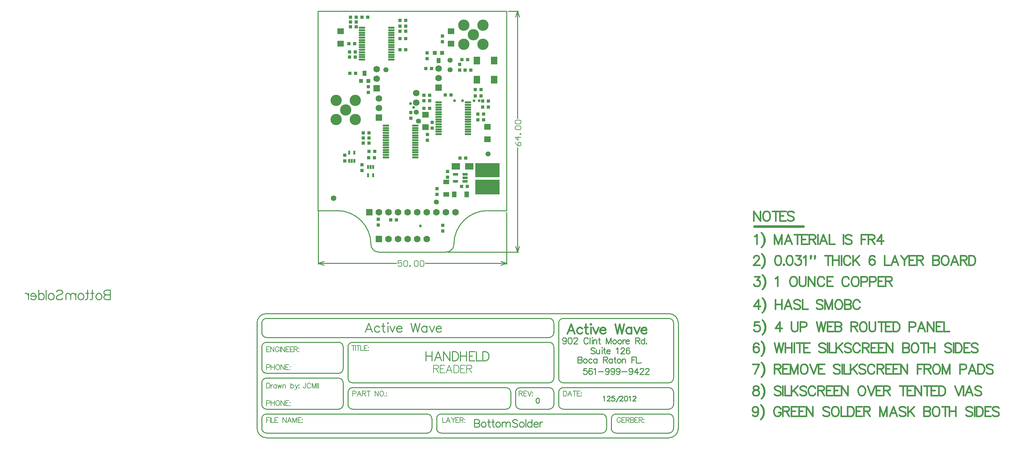
<source format=gbs>
%FSLAX23Y23*%
%MOIN*%
G70*
G01*
G75*
G04 Layer_Color=16711935*
%ADD10R,0.050X0.020*%
%ADD11R,0.030X0.030*%
%ADD12R,0.030X0.030*%
%ADD13R,0.059X0.031*%
%ADD14R,0.040X0.055*%
%ADD15R,0.050X0.036*%
%ADD16R,0.036X0.036*%
%ADD17R,0.050X0.150*%
%ADD18R,0.030X0.020*%
%ADD19R,0.024X0.024*%
%ADD20O,0.080X0.024*%
%ADD21O,0.060X0.016*%
%ADD22R,0.024X0.090*%
%ADD23R,0.100X0.024*%
%ADD24R,0.024X0.070*%
%ADD25R,0.090X0.024*%
%ADD26R,0.025X0.055*%
%ADD27R,0.025X0.095*%
%ADD28O,0.060X0.016*%
%ADD29R,0.020X0.039*%
%ADD30R,0.039X0.039*%
%ADD31R,0.047X0.047*%
%ADD32C,0.050*%
%ADD33R,0.031X0.059*%
%ADD34R,0.055X0.040*%
%ADD35R,0.036X0.036*%
%ADD36R,0.036X0.050*%
%ADD37R,0.095X0.025*%
%ADD38R,0.055X0.025*%
%ADD39R,0.047X0.047*%
%ADD40O,0.016X0.060*%
%ADD41R,0.050X0.060*%
%ADD42C,0.008*%
%ADD43C,0.014*%
%ADD44C,0.012*%
%ADD45C,0.030*%
%ADD46C,0.010*%
%ADD47C,0.020*%
%ADD48C,0.006*%
%ADD49C,0.009*%
%ADD50C,0.005*%
%ADD51C,0.015*%
%ADD52C,0.025*%
%ADD53R,0.062X0.062*%
%ADD54C,0.062*%
%ADD55C,0.110*%
%ADD56C,0.045*%
%ADD57C,0.022*%
%ADD58C,0.060*%
%ADD59R,0.014X0.035*%
%ADD60R,0.014X0.035*%
%ADD61R,0.059X0.075*%
%ADD62R,0.250X0.150*%
%ADD63R,0.250X0.140*%
%ADD64R,0.080X0.060*%
%ADD65R,0.063X0.051*%
%ADD66O,0.060X0.014*%
%ADD67R,0.060X0.060*%
%ADD68C,0.010*%
%ADD69R,0.058X0.028*%
%ADD70R,0.038X0.038*%
%ADD71R,0.038X0.038*%
%ADD72R,0.067X0.039*%
%ADD73R,0.048X0.063*%
%ADD74R,0.058X0.044*%
%ADD75R,0.044X0.044*%
%ADD76R,0.058X0.158*%
%ADD77R,0.038X0.028*%
%ADD78R,0.032X0.032*%
%ADD79O,0.088X0.032*%
%ADD80O,0.064X0.020*%
%ADD81R,0.032X0.098*%
%ADD82R,0.108X0.032*%
%ADD83R,0.032X0.078*%
%ADD84R,0.098X0.032*%
%ADD85R,0.033X0.063*%
%ADD86R,0.033X0.103*%
%ADD87O,0.064X0.020*%
%ADD88R,0.028X0.047*%
%ADD89R,0.047X0.047*%
%ADD90R,0.055X0.055*%
%ADD91C,0.058*%
%ADD92R,0.039X0.067*%
%ADD93R,0.063X0.048*%
%ADD94R,0.044X0.044*%
%ADD95R,0.044X0.058*%
%ADD96R,0.103X0.033*%
%ADD97R,0.063X0.033*%
%ADD98R,0.055X0.055*%
%ADD99O,0.020X0.064*%
%ADD100R,0.058X0.068*%
%ADD101R,0.070X0.070*%
%ADD102C,0.070*%
%ADD103C,0.118*%
%ADD104C,0.053*%
%ADD105C,0.030*%
%ADD106C,0.068*%
%ADD107R,0.022X0.043*%
%ADD108R,0.022X0.043*%
%ADD109R,0.067X0.083*%
%ADD110R,0.258X0.158*%
%ADD111R,0.258X0.148*%
%ADD112R,0.088X0.068*%
%ADD113R,0.071X0.059*%
%ADD114O,0.068X0.022*%
%ADD115R,0.068X0.068*%
D42*
X-1115Y-1372D02*
Y-1412D01*
X-1117Y-1420D01*
X-1120Y-1422D01*
X-1125Y-1425D01*
X-1130D01*
X-1135Y-1422D01*
X-1137Y-1420D01*
X-1140Y-1412D01*
Y-1407D01*
X-1063Y-1384D02*
X-1065Y-1379D01*
X-1070Y-1374D01*
X-1076Y-1372D01*
X-1086D01*
X-1091Y-1374D01*
X-1096Y-1379D01*
X-1098Y-1384D01*
X-1101Y-1392D01*
Y-1405D01*
X-1098Y-1412D01*
X-1096Y-1417D01*
X-1091Y-1422D01*
X-1086Y-1425D01*
X-1076D01*
X-1070Y-1422D01*
X-1065Y-1417D01*
X-1063Y-1412D01*
X-1048Y-1372D02*
Y-1425D01*
Y-1372D02*
X-1028Y-1425D01*
X-1007Y-1372D02*
X-1028Y-1425D01*
X-1007Y-1372D02*
Y-1425D01*
X-992Y-1372D02*
Y-1425D01*
X-981Y-1372D02*
Y-1425D01*
X220Y-1184D02*
Y-1264D01*
Y-1184D02*
X254D01*
X266Y-1188D01*
X270Y-1192D01*
X273Y-1200D01*
Y-1207D01*
X270Y-1215D01*
X266Y-1219D01*
X254Y-1222D01*
X220D01*
X247D02*
X273Y-1264D01*
X341Y-1184D02*
X291D01*
Y-1264D01*
X341D01*
X291Y-1222D02*
X322D01*
X415Y-1264D02*
X385Y-1184D01*
X354Y-1264D01*
X365Y-1238D02*
X404D01*
X434Y-1184D02*
Y-1264D01*
Y-1184D02*
X460D01*
X472Y-1188D01*
X479Y-1196D01*
X483Y-1203D01*
X487Y-1215D01*
Y-1234D01*
X483Y-1245D01*
X479Y-1253D01*
X472Y-1261D01*
X460Y-1264D01*
X434D01*
X554Y-1184D02*
X505D01*
Y-1264D01*
X554D01*
X505Y-1222D02*
X535D01*
X568Y-1184D02*
Y-1264D01*
Y-1184D02*
X602D01*
X613Y-1188D01*
X617Y-1192D01*
X621Y-1200D01*
Y-1207D01*
X617Y-1215D01*
X613Y-1219D01*
X602Y-1222D01*
X568D01*
X594D02*
X621Y-1264D01*
D46*
X-3155Y-399D02*
Y-499D01*
Y-399D02*
X-3198D01*
X-3212Y-404D01*
X-3217Y-408D01*
X-3222Y-418D01*
Y-427D01*
X-3217Y-437D01*
X-3212Y-442D01*
X-3198Y-446D01*
X-3155D02*
X-3198D01*
X-3212Y-451D01*
X-3217Y-456D01*
X-3222Y-465D01*
Y-480D01*
X-3217Y-489D01*
X-3212Y-494D01*
X-3198Y-499D01*
X-3155D01*
X-3268Y-432D02*
X-3258Y-437D01*
X-3249Y-446D01*
X-3244Y-461D01*
Y-470D01*
X-3249Y-484D01*
X-3258Y-494D01*
X-3268Y-499D01*
X-3282D01*
X-3292Y-494D01*
X-3301Y-484D01*
X-3306Y-470D01*
Y-461D01*
X-3301Y-446D01*
X-3292Y-437D01*
X-3282Y-432D01*
X-3268D01*
X-3342Y-399D02*
Y-480D01*
X-3347Y-494D01*
X-3356Y-499D01*
X-3366D01*
X-3328Y-432D02*
X-3361D01*
X-3394Y-399D02*
Y-480D01*
X-3399Y-494D01*
X-3409Y-499D01*
X-3418D01*
X-3380Y-432D02*
X-3414D01*
X-3456D02*
X-3447Y-437D01*
X-3437Y-446D01*
X-3433Y-461D01*
Y-470D01*
X-3437Y-484D01*
X-3447Y-494D01*
X-3456Y-499D01*
X-3471D01*
X-3480Y-494D01*
X-3490Y-484D01*
X-3494Y-470D01*
Y-461D01*
X-3490Y-446D01*
X-3480Y-437D01*
X-3471Y-432D01*
X-3456D01*
X-3516D02*
Y-499D01*
Y-451D02*
X-3531Y-437D01*
X-3540Y-432D01*
X-3554D01*
X-3564Y-437D01*
X-3569Y-451D01*
Y-499D01*
Y-451D02*
X-3583Y-437D01*
X-3593Y-432D01*
X-3607D01*
X-3616Y-437D01*
X-3621Y-451D01*
Y-499D01*
X-3719Y-413D02*
X-3710Y-404D01*
X-3695Y-399D01*
X-3676D01*
X-3662Y-404D01*
X-3653Y-413D01*
Y-423D01*
X-3657Y-432D01*
X-3662Y-437D01*
X-3672Y-442D01*
X-3700Y-451D01*
X-3710Y-456D01*
X-3714Y-461D01*
X-3719Y-470D01*
Y-484D01*
X-3710Y-494D01*
X-3695Y-499D01*
X-3676D01*
X-3662Y-494D01*
X-3653Y-484D01*
X-3765Y-432D02*
X-3756Y-437D01*
X-3746Y-446D01*
X-3742Y-461D01*
Y-470D01*
X-3746Y-484D01*
X-3756Y-494D01*
X-3765Y-499D01*
X-3780D01*
X-3789Y-494D01*
X-3799Y-484D01*
X-3803Y-470D01*
Y-461D01*
X-3799Y-446D01*
X-3789Y-437D01*
X-3780Y-432D01*
X-3765D01*
X-3825Y-399D02*
Y-499D01*
X-3903Y-399D02*
Y-499D01*
Y-446D02*
X-3894Y-437D01*
X-3884Y-432D01*
X-3870D01*
X-3861Y-437D01*
X-3851Y-446D01*
X-3846Y-461D01*
Y-470D01*
X-3851Y-484D01*
X-3861Y-494D01*
X-3870Y-499D01*
X-3884D01*
X-3894Y-494D01*
X-3903Y-484D01*
X-3930Y-461D02*
X-3987D01*
Y-451D01*
X-3982Y-442D01*
X-3978Y-437D01*
X-3968Y-432D01*
X-3954D01*
X-3944Y-437D01*
X-3935Y-446D01*
X-3930Y-461D01*
Y-470D01*
X-3935Y-484D01*
X-3944Y-494D01*
X-3954Y-499D01*
X-3968D01*
X-3978Y-494D01*
X-3987Y-484D01*
X-4009Y-432D02*
Y-499D01*
Y-461D02*
X-4013Y-446D01*
X-4023Y-437D01*
X-4032Y-432D01*
X-4047D01*
X647Y-1752D02*
Y-1832D01*
Y-1752D02*
X681D01*
X693Y-1756D01*
X697Y-1760D01*
X700Y-1767D01*
Y-1775D01*
X697Y-1782D01*
X693Y-1786D01*
X681Y-1790D01*
X647D02*
X681D01*
X693Y-1794D01*
X697Y-1798D01*
X700Y-1805D01*
Y-1817D01*
X697Y-1824D01*
X693Y-1828D01*
X681Y-1832D01*
X647D01*
X737Y-1779D02*
X730Y-1782D01*
X722Y-1790D01*
X718Y-1802D01*
Y-1809D01*
X722Y-1821D01*
X730Y-1828D01*
X737Y-1832D01*
X749D01*
X756Y-1828D01*
X764Y-1821D01*
X768Y-1809D01*
Y-1802D01*
X764Y-1790D01*
X756Y-1782D01*
X749Y-1779D01*
X737D01*
X797Y-1752D02*
Y-1817D01*
X800Y-1828D01*
X808Y-1832D01*
X816D01*
X785Y-1779D02*
X812D01*
X839Y-1752D02*
Y-1817D01*
X842Y-1828D01*
X850Y-1832D01*
X858D01*
X827Y-1779D02*
X854D01*
X888D02*
X880Y-1782D01*
X873Y-1790D01*
X869Y-1802D01*
Y-1809D01*
X873Y-1821D01*
X880Y-1828D01*
X888Y-1832D01*
X900D01*
X907Y-1828D01*
X915Y-1821D01*
X919Y-1809D01*
Y-1802D01*
X915Y-1790D01*
X907Y-1782D01*
X900Y-1779D01*
X888D01*
X936D02*
Y-1832D01*
Y-1794D02*
X948Y-1782D01*
X955Y-1779D01*
X967D01*
X974Y-1782D01*
X978Y-1794D01*
Y-1832D01*
Y-1794D02*
X989Y-1782D01*
X997Y-1779D01*
X1008D01*
X1016Y-1782D01*
X1020Y-1794D01*
Y-1832D01*
X1098Y-1763D02*
X1091Y-1756D01*
X1079Y-1752D01*
X1064D01*
X1053Y-1756D01*
X1045Y-1763D01*
Y-1771D01*
X1049Y-1779D01*
X1053Y-1782D01*
X1060Y-1786D01*
X1083Y-1794D01*
X1091Y-1798D01*
X1095Y-1802D01*
X1098Y-1809D01*
Y-1821D01*
X1091Y-1828D01*
X1079Y-1832D01*
X1064D01*
X1053Y-1828D01*
X1045Y-1821D01*
X1135Y-1779D02*
X1128Y-1782D01*
X1120Y-1790D01*
X1116Y-1802D01*
Y-1809D01*
X1120Y-1821D01*
X1128Y-1828D01*
X1135Y-1832D01*
X1147D01*
X1154Y-1828D01*
X1162Y-1821D01*
X1166Y-1809D01*
Y-1802D01*
X1162Y-1790D01*
X1154Y-1782D01*
X1147Y-1779D01*
X1135D01*
X1183Y-1752D02*
Y-1832D01*
X1246Y-1752D02*
Y-1832D01*
Y-1790D02*
X1238Y-1782D01*
X1230Y-1779D01*
X1219D01*
X1211Y-1782D01*
X1204Y-1790D01*
X1200Y-1802D01*
Y-1809D01*
X1204Y-1821D01*
X1211Y-1828D01*
X1219Y-1832D01*
X1230D01*
X1238Y-1828D01*
X1246Y-1821D01*
X1267Y-1802D02*
X1313D01*
Y-1794D01*
X1309Y-1786D01*
X1305Y-1782D01*
X1298Y-1779D01*
X1286D01*
X1278Y-1782D01*
X1271Y-1790D01*
X1267Y-1802D01*
Y-1809D01*
X1271Y-1821D01*
X1278Y-1828D01*
X1286Y-1832D01*
X1298D01*
X1305Y-1828D01*
X1313Y-1821D01*
X1330Y-1779D02*
Y-1832D01*
Y-1802D02*
X1334Y-1790D01*
X1341Y-1782D01*
X1349Y-1779D01*
X1360D01*
X984Y-126D02*
Y417D01*
X-984Y-126D02*
Y435D01*
X135Y-116D02*
X984D01*
X-984D02*
X-167D01*
X924Y-96D02*
X984Y-116D01*
X924Y-136D02*
X984Y-116D01*
X-984D02*
X-924Y-136D01*
X-984Y-116D02*
X-924Y-96D01*
X1000Y2520D02*
X1108D01*
X369Y-0D02*
X1108D01*
X1098Y1395D02*
Y2520D01*
Y-0D02*
Y1093D01*
X1078Y2460D02*
X1098Y2520D01*
X1118Y2460D01*
X1098Y-0D02*
X1118Y60D01*
X1078D02*
X1098Y-0D01*
X354D02*
G03*
X433Y79I0J79D01*
G01*
X-433D02*
G03*
X-354Y-0I79J0D01*
G01*
X787Y433D02*
G03*
X433Y79I0J-354D01*
G01*
X-433D02*
G03*
X-787Y433I-354J0D01*
G01*
X-985Y2520D02*
X985D01*
X984Y432D02*
Y2520D01*
X787Y433D02*
X985Y433D01*
X-354Y0D02*
X354D01*
X-985Y433D02*
Y2520D01*
Y433D02*
X-787D01*
X2727Y-1468D02*
G03*
X2678Y-1419I-49J0D01*
G01*
X1577D02*
G03*
X1527Y-1469I0J-50D01*
G01*
X2677Y-1369D02*
G03*
X2727Y-1319I0J50D01*
G01*
X1527D02*
G03*
X1577Y-1369I50J0D01*
G01*
X-1523Y-644D02*
G03*
X-1623Y-744I0J-100D01*
G01*
Y-1843D02*
G03*
X-1524Y-1944I101J0D01*
G01*
X2677Y-1944D02*
G03*
X2777Y-1844I0J100D01*
G01*
Y-744D02*
G03*
X2677Y-644I-100J0D01*
G01*
X2727Y-743D02*
G03*
X2676Y-694I-49J0D01*
G01*
X2677Y-1644D02*
G03*
X2727Y-1594I0J50D01*
G01*
X2727Y-1743D02*
G03*
X2677Y-1694I-50J-1D01*
G01*
Y-1894D02*
G03*
X2727Y-1844I0J50D01*
G01*
X1427Y-1644D02*
G03*
X1477Y-1594I0J50D01*
G01*
X1527Y-1595D02*
G03*
X1577Y-1644I49J0D01*
G01*
X1477Y-1468D02*
G03*
X1428Y-1419I-49J0D01*
G01*
X-1573Y-1844D02*
G03*
X-1524Y-1894I50J0D01*
G01*
X1428Y-1369D02*
G03*
X1477Y-1319I-1J50D01*
G01*
X-1523Y-1694D02*
G03*
X-1573Y-1744I0J-50D01*
G01*
X1477Y-994D02*
G03*
X1427Y-944I-50J0D01*
G01*
Y-894D02*
G03*
X1477Y-844I0J50D01*
G01*
X1577Y-694D02*
G03*
X1527Y-744I0J-50D01*
G01*
X1477D02*
G03*
X1427Y-694I-50J0D01*
G01*
X-1523D02*
G03*
X-1573Y-744I0J-50D01*
G01*
Y-844D02*
G03*
X-1523Y-894I50J0D01*
G01*
Y-944D02*
G03*
X-1573Y-994I0J-50D01*
G01*
Y-1219D02*
G03*
X-1523Y-1269I50J0D01*
G01*
Y-1319D02*
G03*
X-1573Y-1369I0J-50D01*
G01*
Y-1594D02*
G03*
X-1524Y-1644I50J0D01*
G01*
X-623Y-944D02*
G03*
X-673Y-994I0J-50D01*
G01*
X-623Y-1419D02*
G03*
X-673Y-1469I0J-50D01*
G01*
X1125Y-1419D02*
G03*
X1077Y-1469I0J-48D01*
G01*
X1077Y-1593D02*
G03*
X1127Y-1644I51J0D01*
G01*
X978Y-1644D02*
G03*
X1027Y-1594I0J49D01*
G01*
X1027Y-1468D02*
G03*
X978Y-1419I-49J0D01*
G01*
X-772Y-1644D02*
G03*
X-723Y-1595I0J49D01*
G01*
X-673D02*
G03*
X-624Y-1644I49J0D01*
G01*
X-673Y-1320D02*
G03*
X-624Y-1369I49J0D01*
G01*
X-723Y-1368D02*
G03*
X-774Y-1319I-49J0D01*
G01*
X-771Y-1269D02*
G03*
X-723Y-1221I0J48D01*
G01*
Y-993D02*
G03*
X-772Y-944I-49J0D01*
G01*
X2127Y-1694D02*
G03*
X2077Y-1744I0J-50D01*
G01*
Y-1845D02*
G03*
X2127Y-1894I49J0D01*
G01*
X1978Y-1894D02*
G03*
X2027Y-1844I1J48D01*
G01*
X2027Y-1744D02*
G03*
X1977Y-1694I-50J0D01*
G01*
X252Y-1844D02*
G03*
X301Y-1894I50J0D01*
G01*
X302Y-1694D02*
G03*
X252Y-1744I0J-50D01*
G01*
X153Y-1894D02*
G03*
X202Y-1844I1J48D01*
G01*
X202Y-1744D02*
G03*
X152Y-1694I-50J0D01*
G01*
X2727Y-1594D02*
Y-1468D01*
X1527Y-1594D02*
Y-1469D01*
X2727Y-1319D02*
Y-744D01*
X1527Y-1319D02*
Y-744D01*
X-1623Y-1844D02*
Y-744D01*
X-1573Y-1844D02*
Y-1744D01*
X2727Y-1844D02*
Y-1744D01*
X1477Y-1594D02*
Y-1469D01*
X1077Y-1594D02*
Y-1469D01*
X-673Y-1594D02*
Y-1469D01*
X1027Y-1594D02*
Y-1469D01*
X-673Y-1319D02*
Y-994D01*
X1477Y-1319D02*
Y-994D01*
Y-844D02*
Y-744D01*
X-1573Y-844D02*
Y-744D01*
X-723Y-1219D02*
Y-994D01*
X-1573Y-1219D02*
Y-994D01*
X-723Y-1594D02*
Y-1369D01*
X-1573Y-1594D02*
Y-1369D01*
X2777Y-1844D02*
Y-744D01*
X2077Y-1844D02*
Y-1744D01*
X2027Y-1844D02*
Y-1744D01*
X252Y-1844D02*
Y-1744D01*
X202Y-1844D02*
Y-1744D01*
X1577Y-1419D02*
X2677D01*
X1577Y-1369D02*
X2677D01*
X-623D02*
X1427D01*
X1577Y-694D02*
X2677D01*
X1577Y-1644D02*
X2677D01*
X1127Y-1419D02*
X1427D01*
X1127Y-1644D02*
X1427D01*
X-623D02*
X977D01*
X-623Y-1419D02*
X977D01*
X-623Y-944D02*
X1427D01*
X-1523Y-894D02*
X1427D01*
X-1523Y-944D02*
X-773D01*
X-1523Y-1269D02*
X-773D01*
X-1523Y-1319D02*
X-773D01*
X-1523Y-1644D02*
X-773D01*
X-1523Y-644D02*
X2677D01*
X-1523Y-1944D02*
X2677D01*
X-1523Y-694D02*
X1427D01*
X2127Y-1694D02*
X2677D01*
X2127Y-1894D02*
X2677D01*
X302Y-1694D02*
X1977D01*
X-1523D02*
X152D01*
X-1523Y-1894D02*
X152D01*
X302D02*
X1977D01*
X1728Y-1096D02*
Y-1160D01*
Y-1096D02*
X1756D01*
X1765Y-1099D01*
X1768Y-1102D01*
X1771Y-1108D01*
Y-1114D01*
X1768Y-1120D01*
X1765Y-1123D01*
X1756Y-1126D01*
X1728D02*
X1756D01*
X1765Y-1129D01*
X1768Y-1132D01*
X1771Y-1138D01*
Y-1148D01*
X1768Y-1154D01*
X1765Y-1157D01*
X1756Y-1160D01*
X1728D01*
X1800Y-1117D02*
X1794Y-1120D01*
X1788Y-1126D01*
X1785Y-1135D01*
Y-1141D01*
X1788Y-1151D01*
X1794Y-1157D01*
X1800Y-1160D01*
X1809D01*
X1816Y-1157D01*
X1822Y-1151D01*
X1825Y-1141D01*
Y-1135D01*
X1822Y-1126D01*
X1816Y-1120D01*
X1809Y-1117D01*
X1800D01*
X1875Y-1126D02*
X1869Y-1120D01*
X1863Y-1117D01*
X1854D01*
X1848Y-1120D01*
X1842Y-1126D01*
X1839Y-1135D01*
Y-1141D01*
X1842Y-1151D01*
X1848Y-1157D01*
X1854Y-1160D01*
X1863D01*
X1869Y-1157D01*
X1875Y-1151D01*
X1926Y-1117D02*
Y-1160D01*
Y-1126D02*
X1919Y-1120D01*
X1913Y-1117D01*
X1904D01*
X1898Y-1120D01*
X1892Y-1126D01*
X1889Y-1135D01*
Y-1141D01*
X1892Y-1151D01*
X1898Y-1157D01*
X1904Y-1160D01*
X1913D01*
X1919Y-1157D01*
X1926Y-1151D01*
X1993Y-1096D02*
Y-1160D01*
Y-1096D02*
X2020D01*
X2029Y-1099D01*
X2032Y-1102D01*
X2036Y-1108D01*
Y-1114D01*
X2032Y-1120D01*
X2029Y-1123D01*
X2020Y-1126D01*
X1993D01*
X2014D02*
X2036Y-1160D01*
X2086Y-1117D02*
Y-1160D01*
Y-1126D02*
X2080Y-1120D01*
X2074Y-1117D01*
X2065D01*
X2059Y-1120D01*
X2053Y-1126D01*
X2050Y-1135D01*
Y-1141D01*
X2053Y-1151D01*
X2059Y-1157D01*
X2065Y-1160D01*
X2074D01*
X2080Y-1157D01*
X2086Y-1151D01*
X2113Y-1096D02*
Y-1148D01*
X2116Y-1157D01*
X2122Y-1160D01*
X2128D01*
X2103Y-1117D02*
X2125D01*
X2152D02*
X2146Y-1120D01*
X2140Y-1126D01*
X2137Y-1135D01*
Y-1141D01*
X2140Y-1151D01*
X2146Y-1157D01*
X2152Y-1160D01*
X2161D01*
X2167Y-1157D01*
X2174Y-1151D01*
X2177Y-1141D01*
Y-1135D01*
X2174Y-1126D01*
X2167Y-1120D01*
X2161Y-1117D01*
X2152D01*
X2191D02*
Y-1160D01*
Y-1129D02*
X2200Y-1120D01*
X2206Y-1117D01*
X2215D01*
X2221Y-1120D01*
X2224Y-1129D01*
Y-1160D01*
X2291Y-1096D02*
Y-1160D01*
Y-1096D02*
X2331D01*
X2291Y-1126D02*
X2316D01*
X2338Y-1096D02*
Y-1160D01*
X2375D01*
X2385Y-1154D02*
X2382Y-1157D01*
X2385Y-1160D01*
X2388Y-1157D01*
X2385Y-1154D01*
X1608Y-917D02*
X1605Y-926D01*
X1599Y-932D01*
X1589Y-935D01*
X1586D01*
X1577Y-932D01*
X1571Y-926D01*
X1568Y-917D01*
Y-914D01*
X1571Y-905D01*
X1577Y-899D01*
X1586Y-896D01*
X1589D01*
X1599Y-899D01*
X1605Y-905D01*
X1608Y-917D01*
Y-932D01*
X1605Y-948D01*
X1599Y-957D01*
X1589Y-960D01*
X1583D01*
X1574Y-957D01*
X1571Y-951D01*
X1643Y-896D02*
X1634Y-899D01*
X1628Y-908D01*
X1625Y-923D01*
Y-932D01*
X1628Y-948D01*
X1634Y-957D01*
X1643Y-960D01*
X1649D01*
X1659Y-957D01*
X1665Y-948D01*
X1668Y-932D01*
Y-923D01*
X1665Y-908D01*
X1659Y-899D01*
X1649Y-896D01*
X1643D01*
X1685Y-911D02*
Y-908D01*
X1688Y-902D01*
X1691Y-899D01*
X1697Y-896D01*
X1709D01*
X1716Y-899D01*
X1719Y-902D01*
X1722Y-908D01*
Y-914D01*
X1719Y-920D01*
X1713Y-929D01*
X1682Y-960D01*
X1725D01*
X1835Y-911D02*
X1832Y-905D01*
X1826Y-899D01*
X1820Y-896D01*
X1808D01*
X1801Y-899D01*
X1795Y-905D01*
X1792Y-911D01*
X1789Y-920D01*
Y-935D01*
X1792Y-945D01*
X1795Y-951D01*
X1801Y-957D01*
X1808Y-960D01*
X1820D01*
X1826Y-957D01*
X1832Y-951D01*
X1835Y-945D01*
X1853Y-896D02*
Y-960D01*
X1872Y-896D02*
X1876Y-899D01*
X1879Y-896D01*
X1876Y-893D01*
X1872Y-896D01*
X1876Y-917D02*
Y-960D01*
X1890Y-917D02*
Y-960D01*
Y-929D02*
X1899Y-920D01*
X1905Y-917D01*
X1914D01*
X1920Y-920D01*
X1923Y-929D01*
Y-960D01*
X1949Y-896D02*
Y-948D01*
X1952Y-957D01*
X1958Y-960D01*
X1965D01*
X1940Y-917D02*
X1961D01*
X2024Y-896D02*
Y-960D01*
Y-896D02*
X2048Y-960D01*
X2073Y-896D02*
X2048Y-960D01*
X2073Y-896D02*
Y-960D01*
X2106Y-917D02*
X2100Y-920D01*
X2094Y-926D01*
X2091Y-935D01*
Y-941D01*
X2094Y-951D01*
X2100Y-957D01*
X2106Y-960D01*
X2115D01*
X2121Y-957D01*
X2128Y-951D01*
X2131Y-941D01*
Y-935D01*
X2128Y-926D01*
X2121Y-920D01*
X2115Y-917D01*
X2106D01*
X2160D02*
X2154Y-920D01*
X2148Y-926D01*
X2145Y-935D01*
Y-941D01*
X2148Y-951D01*
X2154Y-957D01*
X2160Y-960D01*
X2169D01*
X2175Y-957D01*
X2181Y-951D01*
X2184Y-941D01*
Y-935D01*
X2181Y-926D01*
X2175Y-920D01*
X2169Y-917D01*
X2160D01*
X2198D02*
Y-960D01*
Y-935D02*
X2201Y-926D01*
X2207Y-920D01*
X2213Y-917D01*
X2223D01*
X2228Y-935D02*
X2265D01*
Y-929D01*
X2262Y-923D01*
X2259Y-920D01*
X2253Y-917D01*
X2244D01*
X2238Y-920D01*
X2231Y-926D01*
X2228Y-935D01*
Y-941D01*
X2231Y-951D01*
X2238Y-957D01*
X2244Y-960D01*
X2253D01*
X2259Y-957D01*
X2265Y-951D01*
X2329Y-896D02*
Y-960D01*
Y-896D02*
X2356D01*
X2365Y-899D01*
X2369Y-902D01*
X2372Y-908D01*
Y-914D01*
X2369Y-920D01*
X2365Y-923D01*
X2356Y-926D01*
X2329D01*
X2350D02*
X2372Y-960D01*
X2422Y-896D02*
Y-960D01*
Y-926D02*
X2416Y-920D01*
X2410Y-917D01*
X2401D01*
X2395Y-920D01*
X2389Y-926D01*
X2386Y-935D01*
Y-941D01*
X2389Y-951D01*
X2395Y-957D01*
X2401Y-960D01*
X2410D01*
X2416Y-957D01*
X2422Y-951D01*
X2443Y-954D02*
X2440Y-957D01*
X2443Y-960D01*
X2446Y-957D01*
X2443Y-954D01*
X1820Y-1216D02*
X1789D01*
X1786Y-1243D01*
X1789Y-1240D01*
X1798Y-1237D01*
X1807D01*
X1817Y-1240D01*
X1823Y-1246D01*
X1826Y-1255D01*
Y-1261D01*
X1823Y-1271D01*
X1817Y-1277D01*
X1807Y-1280D01*
X1798D01*
X1789Y-1277D01*
X1786Y-1274D01*
X1783Y-1268D01*
X1877Y-1225D02*
X1874Y-1219D01*
X1864Y-1216D01*
X1858D01*
X1849Y-1219D01*
X1843Y-1228D01*
X1840Y-1243D01*
Y-1258D01*
X1843Y-1271D01*
X1849Y-1277D01*
X1858Y-1280D01*
X1861D01*
X1871Y-1277D01*
X1877Y-1271D01*
X1880Y-1261D01*
Y-1258D01*
X1877Y-1249D01*
X1871Y-1243D01*
X1861Y-1240D01*
X1858D01*
X1849Y-1243D01*
X1843Y-1249D01*
X1840Y-1258D01*
X1894Y-1228D02*
X1900Y-1225D01*
X1909Y-1216D01*
Y-1280D01*
X1941Y-1252D02*
X1995D01*
X2054Y-1237D02*
X2051Y-1246D01*
X2045Y-1252D01*
X2036Y-1255D01*
X2033D01*
X2023Y-1252D01*
X2017Y-1246D01*
X2014Y-1237D01*
Y-1234D01*
X2017Y-1225D01*
X2023Y-1219D01*
X2033Y-1216D01*
X2036D01*
X2045Y-1219D01*
X2051Y-1225D01*
X2054Y-1237D01*
Y-1252D01*
X2051Y-1268D01*
X2045Y-1277D01*
X2036Y-1280D01*
X2030D01*
X2020Y-1277D01*
X2017Y-1271D01*
X2111Y-1237D02*
X2108Y-1246D01*
X2102Y-1252D01*
X2093Y-1255D01*
X2090D01*
X2080Y-1252D01*
X2074Y-1246D01*
X2071Y-1237D01*
Y-1234D01*
X2074Y-1225D01*
X2080Y-1219D01*
X2090Y-1216D01*
X2093D01*
X2102Y-1219D01*
X2108Y-1225D01*
X2111Y-1237D01*
Y-1252D01*
X2108Y-1268D01*
X2102Y-1277D01*
X2093Y-1280D01*
X2087D01*
X2077Y-1277D01*
X2074Y-1271D01*
X2168Y-1237D02*
X2165Y-1246D01*
X2159Y-1252D01*
X2150Y-1255D01*
X2147D01*
X2137Y-1252D01*
X2131Y-1246D01*
X2128Y-1237D01*
Y-1234D01*
X2131Y-1225D01*
X2137Y-1219D01*
X2147Y-1216D01*
X2150D01*
X2159Y-1219D01*
X2165Y-1225D01*
X2168Y-1237D01*
Y-1252D01*
X2165Y-1268D01*
X2159Y-1277D01*
X2150Y-1280D01*
X2144D01*
X2134Y-1277D01*
X2131Y-1271D01*
X2185Y-1252D02*
X2240D01*
X2299Y-1237D02*
X2296Y-1246D01*
X2290Y-1252D01*
X2280Y-1255D01*
X2277D01*
X2268Y-1252D01*
X2262Y-1246D01*
X2259Y-1237D01*
Y-1234D01*
X2262Y-1225D01*
X2268Y-1219D01*
X2277Y-1216D01*
X2280D01*
X2290Y-1219D01*
X2296Y-1225D01*
X2299Y-1237D01*
Y-1252D01*
X2296Y-1268D01*
X2290Y-1277D01*
X2280Y-1280D01*
X2274D01*
X2265Y-1277D01*
X2262Y-1271D01*
X2346Y-1216D02*
X2316Y-1258D01*
X2362D01*
X2346Y-1216D02*
Y-1280D01*
X2376Y-1231D02*
Y-1228D01*
X2379Y-1222D01*
X2382Y-1219D01*
X2388Y-1216D01*
X2400D01*
X2407Y-1219D01*
X2410Y-1222D01*
X2413Y-1228D01*
Y-1234D01*
X2410Y-1240D01*
X2403Y-1249D01*
X2373Y-1280D01*
X2416D01*
X2433Y-1231D02*
Y-1228D01*
X2436Y-1222D01*
X2439Y-1219D01*
X2445Y-1216D01*
X2457D01*
X2463Y-1219D01*
X2467Y-1222D01*
X2470Y-1228D01*
Y-1234D01*
X2467Y-1240D01*
X2460Y-1249D01*
X2430Y-1280D01*
X2473D01*
X1906Y-1010D02*
X1900Y-1004D01*
X1891Y-1001D01*
X1878D01*
X1869Y-1004D01*
X1863Y-1010D01*
Y-1016D01*
X1866Y-1022D01*
X1869Y-1025D01*
X1875Y-1028D01*
X1894Y-1034D01*
X1900Y-1037D01*
X1903Y-1040D01*
X1906Y-1046D01*
Y-1056D01*
X1900Y-1062D01*
X1891Y-1065D01*
X1878D01*
X1869Y-1062D01*
X1863Y-1056D01*
X1920Y-1022D02*
Y-1053D01*
X1923Y-1062D01*
X1929Y-1065D01*
X1938D01*
X1944Y-1062D01*
X1954Y-1053D01*
Y-1022D02*
Y-1065D01*
X1976Y-1001D02*
X1979Y-1004D01*
X1983Y-1001D01*
X1979Y-998D01*
X1976Y-1001D01*
X1979Y-1022D02*
Y-1065D01*
X2003Y-1001D02*
Y-1053D01*
X2006Y-1062D01*
X2012Y-1065D01*
X2018D01*
X1994Y-1022D02*
X2015D01*
X2027Y-1040D02*
X2064D01*
Y-1034D01*
X2061Y-1028D01*
X2058Y-1025D01*
X2052Y-1022D01*
X2043D01*
X2036Y-1025D01*
X2030Y-1031D01*
X2027Y-1040D01*
Y-1046D01*
X2030Y-1056D01*
X2036Y-1062D01*
X2043Y-1065D01*
X2052D01*
X2058Y-1062D01*
X2064Y-1056D01*
X2128Y-1013D02*
X2134Y-1010D01*
X2143Y-1001D01*
Y-1065D01*
X2178Y-1016D02*
Y-1013D01*
X2181Y-1007D01*
X2184Y-1004D01*
X2190Y-1001D01*
X2202D01*
X2208Y-1004D01*
X2211Y-1007D01*
X2214Y-1013D01*
Y-1019D01*
X2211Y-1025D01*
X2205Y-1034D01*
X2175Y-1065D01*
X2217D01*
X2268Y-1010D02*
X2265Y-1004D01*
X2256Y-1001D01*
X2250D01*
X2241Y-1004D01*
X2235Y-1013D01*
X2232Y-1028D01*
Y-1043D01*
X2235Y-1056D01*
X2241Y-1062D01*
X2250Y-1065D01*
X2253D01*
X2262Y-1062D01*
X2268Y-1056D01*
X2271Y-1046D01*
Y-1043D01*
X2268Y-1034D01*
X2262Y-1028D01*
X2253Y-1025D01*
X2250D01*
X2241Y-1028D01*
X2235Y-1034D01*
X2232Y-1043D01*
D48*
X-111Y-92D02*
X-151D01*
Y-122D01*
X-131Y-112D01*
X-121D01*
X-111Y-122D01*
Y-142D01*
X-121Y-152D01*
X-141D01*
X-151Y-142D01*
X-91Y-102D02*
X-81Y-92D01*
X-61D01*
X-51Y-102D01*
Y-142D01*
X-61Y-152D01*
X-81D01*
X-91Y-142D01*
Y-102D01*
X-31Y-152D02*
Y-142D01*
X-21D01*
Y-152D01*
X-31D01*
X19Y-102D02*
X29Y-92D01*
X49D01*
X59Y-102D01*
Y-142D01*
X49Y-152D01*
X29D01*
X19Y-142D01*
Y-102D01*
X79D02*
X89Y-92D01*
X109D01*
X119Y-102D01*
Y-142D01*
X109Y-152D01*
X89D01*
X79Y-142D01*
Y-102D01*
X1074Y1149D02*
X1084Y1129D01*
X1104Y1109D01*
X1124D01*
X1134Y1119D01*
Y1139D01*
X1124Y1149D01*
X1114D01*
X1104Y1139D01*
Y1109D01*
X1134Y1199D02*
X1074D01*
X1104Y1169D01*
Y1209D01*
X1134Y1229D02*
X1124D01*
Y1239D01*
X1134D01*
Y1229D01*
X1084Y1279D02*
X1074Y1289D01*
Y1309D01*
X1084Y1319D01*
X1124D01*
X1134Y1309D01*
Y1289D01*
X1124Y1279D01*
X1084D01*
Y1339D02*
X1074Y1349D01*
Y1369D01*
X1084Y1379D01*
X1124D01*
X1134Y1369D01*
Y1349D01*
X1124Y1339D01*
X1084D01*
D49*
X1305Y-1528D02*
X1297Y-1531D01*
X1292Y-1538D01*
X1290Y-1551D01*
Y-1559D01*
X1292Y-1571D01*
X1297Y-1579D01*
X1305Y-1581D01*
X1310D01*
X1317Y-1579D01*
X1323Y-1571D01*
X1325Y-1559D01*
Y-1551D01*
X1323Y-1538D01*
X1317Y-1531D01*
X1310Y-1528D01*
X1305D01*
X139Y-1041D02*
Y-1137D01*
X203Y-1041D02*
Y-1137D01*
X139Y-1087D02*
X203D01*
X303Y-1137D02*
X266Y-1041D01*
X230Y-1137D01*
X243Y-1105D02*
X289D01*
X325Y-1041D02*
Y-1137D01*
Y-1041D02*
X389Y-1137D01*
Y-1041D02*
Y-1137D01*
X416Y-1041D02*
Y-1137D01*
Y-1041D02*
X448D01*
X461Y-1046D01*
X471Y-1055D01*
X475Y-1064D01*
X480Y-1078D01*
Y-1100D01*
X475Y-1114D01*
X471Y-1123D01*
X461Y-1132D01*
X448Y-1137D01*
X416D01*
X501Y-1041D02*
Y-1137D01*
X565Y-1041D02*
Y-1137D01*
X501Y-1087D02*
X565D01*
X651Y-1041D02*
X592D01*
Y-1137D01*
X651D01*
X592Y-1087D02*
X628D01*
X667Y-1041D02*
Y-1137D01*
X722D01*
X732Y-1041D02*
Y-1137D01*
Y-1041D02*
X764D01*
X778Y-1046D01*
X787Y-1055D01*
X792Y-1064D01*
X796Y-1078D01*
Y-1100D01*
X792Y-1114D01*
X787Y-1123D01*
X778Y-1132D01*
X764Y-1137D01*
X732D01*
X-420Y-839D02*
X-456Y-743D01*
X-493Y-839D01*
X-479Y-807D02*
X-434D01*
X-343Y-789D02*
X-352Y-780D01*
X-361Y-775D01*
X-375D01*
X-384Y-780D01*
X-393Y-789D01*
X-397Y-802D01*
Y-812D01*
X-393Y-825D01*
X-384Y-834D01*
X-375Y-839D01*
X-361D01*
X-352Y-834D01*
X-343Y-825D01*
X-308Y-743D02*
Y-821D01*
X-304Y-834D01*
X-295Y-839D01*
X-285D01*
X-322Y-775D02*
X-290D01*
X-263Y-743D02*
X-258Y-748D01*
X-253Y-743D01*
X-258Y-738D01*
X-263Y-743D01*
X-258Y-775D02*
Y-839D01*
X-237Y-775D02*
X-209Y-839D01*
X-182Y-775D02*
X-209Y-839D01*
X-166Y-802D02*
X-111D01*
Y-793D01*
X-116Y-784D01*
X-120Y-780D01*
X-130Y-775D01*
X-143D01*
X-152Y-780D01*
X-162Y-789D01*
X-166Y-802D01*
Y-812D01*
X-162Y-825D01*
X-152Y-834D01*
X-143Y-839D01*
X-130D01*
X-120Y-834D01*
X-111Y-825D01*
X-15Y-743D02*
X7Y-839D01*
X30Y-743D02*
X7Y-839D01*
X30Y-743D02*
X53Y-839D01*
X76Y-743D02*
X53Y-839D01*
X150Y-775D02*
Y-839D01*
Y-789D02*
X141Y-780D01*
X132Y-775D01*
X118D01*
X109Y-780D01*
X100Y-789D01*
X95Y-802D01*
Y-812D01*
X100Y-825D01*
X109Y-834D01*
X118Y-839D01*
X132D01*
X141Y-834D01*
X150Y-825D01*
X176Y-775D02*
X203Y-839D01*
X231Y-775D02*
X203Y-839D01*
X246Y-802D02*
X301D01*
Y-793D01*
X296Y-784D01*
X292Y-780D01*
X283Y-775D01*
X269D01*
X260Y-780D01*
X251Y-789D01*
X246Y-802D01*
Y-812D01*
X251Y-825D01*
X260Y-834D01*
X269Y-839D01*
X283D01*
X292Y-834D01*
X301Y-825D01*
X1992Y-1516D02*
X1997Y-1514D01*
X2004Y-1506D01*
Y-1559D01*
X2033Y-1519D02*
Y-1516D01*
X2036Y-1511D01*
X2039Y-1509D01*
X2044Y-1506D01*
X2054D01*
X2059Y-1509D01*
X2061Y-1511D01*
X2064Y-1516D01*
Y-1521D01*
X2061Y-1526D01*
X2056Y-1534D01*
X2031Y-1559D01*
X2066D01*
X2109Y-1506D02*
X2083D01*
X2081Y-1529D01*
X2083Y-1526D01*
X2091Y-1524D01*
X2099D01*
X2106Y-1526D01*
X2111Y-1531D01*
X2114Y-1539D01*
Y-1544D01*
X2111Y-1552D01*
X2106Y-1557D01*
X2099Y-1559D01*
X2091D01*
X2083Y-1557D01*
X2081Y-1554D01*
X2078Y-1549D01*
X2126Y-1567D02*
X2161Y-1506D01*
X2167Y-1519D02*
Y-1516D01*
X2170Y-1511D01*
X2173Y-1509D01*
X2178Y-1506D01*
X2188D01*
X2193Y-1509D01*
X2195Y-1511D01*
X2198Y-1516D01*
Y-1521D01*
X2195Y-1526D01*
X2190Y-1534D01*
X2165Y-1559D01*
X2201D01*
X2228Y-1506D02*
X2220Y-1509D01*
X2215Y-1516D01*
X2212Y-1529D01*
Y-1537D01*
X2215Y-1549D01*
X2220Y-1557D01*
X2228Y-1559D01*
X2233D01*
X2240Y-1557D01*
X2245Y-1549D01*
X2248Y-1537D01*
Y-1529D01*
X2245Y-1516D01*
X2240Y-1509D01*
X2233Y-1506D01*
X2228D01*
X2260Y-1516D02*
X2265Y-1514D01*
X2273Y-1506D01*
Y-1559D01*
X2302Y-1519D02*
Y-1516D01*
X2304Y-1511D01*
X2307Y-1509D01*
X2312Y-1506D01*
X2322D01*
X2327Y-1509D01*
X2329Y-1511D01*
X2332Y-1516D01*
Y-1521D01*
X2329Y-1526D01*
X2324Y-1534D01*
X2299Y-1559D01*
X2335D01*
D50*
X1577Y-1453D02*
Y-1506D01*
Y-1453D02*
X1595D01*
X1602Y-1456D01*
X1607Y-1461D01*
X1610Y-1466D01*
X1613Y-1473D01*
Y-1486D01*
X1610Y-1494D01*
X1607Y-1499D01*
X1602Y-1504D01*
X1595Y-1506D01*
X1577D01*
X1665D02*
X1645Y-1453D01*
X1624Y-1506D01*
X1632Y-1489D02*
X1658D01*
X1695Y-1453D02*
Y-1506D01*
X1678Y-1453D02*
X1713D01*
X1752D02*
X1719D01*
Y-1506D01*
X1752D01*
X1719Y-1479D02*
X1740D01*
X1764Y-1471D02*
X1761Y-1473D01*
X1764Y-1476D01*
X1766Y-1473D01*
X1764Y-1471D01*
Y-1501D02*
X1761Y-1504D01*
X1764Y-1506D01*
X1766Y-1504D01*
X1764Y-1501D01*
X1115Y-1453D02*
Y-1506D01*
Y-1453D02*
X1137D01*
X1145Y-1456D01*
X1148Y-1458D01*
X1150Y-1463D01*
Y-1468D01*
X1148Y-1473D01*
X1145Y-1476D01*
X1137Y-1479D01*
X1115D01*
X1132D02*
X1150Y-1506D01*
X1195Y-1453D02*
X1162D01*
Y-1506D01*
X1195D01*
X1162Y-1479D02*
X1182D01*
X1204Y-1453D02*
X1224Y-1506D01*
X1245Y-1453D02*
X1224Y-1506D01*
X1254Y-1471D02*
X1251Y-1473D01*
X1254Y-1476D01*
X1256Y-1473D01*
X1254Y-1471D01*
Y-1501D02*
X1251Y-1504D01*
X1254Y-1506D01*
X1256Y-1504D01*
X1254Y-1501D01*
X-1523Y-1206D02*
X-1500D01*
X-1493Y-1204D01*
X-1490Y-1201D01*
X-1487Y-1196D01*
Y-1188D01*
X-1490Y-1183D01*
X-1493Y-1181D01*
X-1500Y-1178D01*
X-1523D01*
Y-1231D01*
X-1476Y-1178D02*
Y-1231D01*
X-1440Y-1178D02*
Y-1231D01*
X-1476Y-1204D02*
X-1440D01*
X-1410Y-1178D02*
X-1415Y-1181D01*
X-1420Y-1186D01*
X-1423Y-1191D01*
X-1425Y-1198D01*
Y-1211D01*
X-1423Y-1219D01*
X-1420Y-1224D01*
X-1415Y-1229D01*
X-1410Y-1231D01*
X-1400D01*
X-1395Y-1229D01*
X-1390Y-1224D01*
X-1387Y-1219D01*
X-1385Y-1211D01*
Y-1198D01*
X-1387Y-1191D01*
X-1390Y-1186D01*
X-1395Y-1181D01*
X-1400Y-1178D01*
X-1410D01*
X-1372D02*
Y-1231D01*
Y-1178D02*
X-1337Y-1231D01*
Y-1178D02*
Y-1231D01*
X-1289Y-1178D02*
X-1322D01*
Y-1231D01*
X-1289D01*
X-1322Y-1204D02*
X-1302D01*
X-1277Y-1196D02*
X-1280Y-1198D01*
X-1277Y-1201D01*
X-1275Y-1198D01*
X-1277Y-1196D01*
Y-1226D02*
X-1280Y-1229D01*
X-1277Y-1231D01*
X-1275Y-1229D01*
X-1277Y-1226D01*
X-1523Y-1581D02*
X-1500D01*
X-1493Y-1579D01*
X-1490Y-1576D01*
X-1487Y-1571D01*
Y-1563D01*
X-1490Y-1558D01*
X-1493Y-1556D01*
X-1500Y-1553D01*
X-1523D01*
Y-1606D01*
X-1476Y-1553D02*
Y-1606D01*
X-1440Y-1553D02*
Y-1606D01*
X-1476Y-1579D02*
X-1440D01*
X-1410Y-1553D02*
X-1415Y-1556D01*
X-1420Y-1561D01*
X-1423Y-1566D01*
X-1425Y-1573D01*
Y-1586D01*
X-1423Y-1594D01*
X-1420Y-1599D01*
X-1415Y-1604D01*
X-1410Y-1606D01*
X-1400D01*
X-1395Y-1604D01*
X-1390Y-1599D01*
X-1387Y-1594D01*
X-1385Y-1586D01*
Y-1573D01*
X-1387Y-1566D01*
X-1390Y-1561D01*
X-1395Y-1556D01*
X-1400Y-1553D01*
X-1410D01*
X-1372D02*
Y-1606D01*
Y-1553D02*
X-1337Y-1606D01*
Y-1553D02*
Y-1606D01*
X-1289Y-1553D02*
X-1322D01*
Y-1606D01*
X-1289D01*
X-1322Y-1579D02*
X-1302D01*
X-1277Y-1571D02*
X-1280Y-1573D01*
X-1277Y-1576D01*
X-1275Y-1573D01*
X-1277Y-1571D01*
Y-1601D02*
X-1280Y-1604D01*
X-1277Y-1606D01*
X-1275Y-1604D01*
X-1277Y-1601D01*
X317Y-1731D02*
Y-1784D01*
X347D01*
X394D02*
X374Y-1731D01*
X353Y-1784D01*
X361Y-1766D02*
X386D01*
X406Y-1731D02*
X427Y-1756D01*
Y-1784D01*
X447Y-1731D02*
X427Y-1756D01*
X487Y-1731D02*
X454D01*
Y-1784D01*
X487D01*
X454Y-1756D02*
X474D01*
X496Y-1731D02*
Y-1784D01*
Y-1731D02*
X519D01*
X526Y-1733D01*
X529Y-1736D01*
X531Y-1741D01*
Y-1746D01*
X529Y-1751D01*
X526Y-1753D01*
X519Y-1756D01*
X496D01*
X514D02*
X531Y-1784D01*
X546Y-1748D02*
X543Y-1751D01*
X546Y-1753D01*
X548Y-1751D01*
X546Y-1748D01*
Y-1779D02*
X543Y-1781D01*
X546Y-1784D01*
X548Y-1781D01*
X546Y-1779D01*
X-1490Y-991D02*
X-1523D01*
Y-1044D01*
X-1490D01*
X-1523Y-1016D02*
X-1503D01*
X-1481Y-991D02*
Y-1044D01*
Y-991D02*
X-1446Y-1044D01*
Y-991D02*
Y-1044D01*
X-1393Y-1003D02*
X-1395Y-998D01*
X-1400Y-993D01*
X-1405Y-991D01*
X-1416D01*
X-1421Y-993D01*
X-1426Y-998D01*
X-1428Y-1003D01*
X-1431Y-1011D01*
Y-1024D01*
X-1428Y-1031D01*
X-1426Y-1036D01*
X-1421Y-1041D01*
X-1416Y-1044D01*
X-1405D01*
X-1400Y-1041D01*
X-1395Y-1036D01*
X-1393Y-1031D01*
Y-1024D01*
X-1405D02*
X-1393D01*
X-1381Y-991D02*
Y-1044D01*
X-1369Y-991D02*
Y-1044D01*
Y-991D02*
X-1334Y-1044D01*
Y-991D02*
Y-1044D01*
X-1286Y-991D02*
X-1319D01*
Y-1044D01*
X-1286D01*
X-1319Y-1016D02*
X-1299D01*
X-1244Y-991D02*
X-1277D01*
Y-1044D01*
X-1244D01*
X-1277Y-1016D02*
X-1257D01*
X-1235Y-991D02*
Y-1044D01*
Y-991D02*
X-1212D01*
X-1205Y-993D01*
X-1202Y-996D01*
X-1200Y-1001D01*
Y-1006D01*
X-1202Y-1011D01*
X-1205Y-1013D01*
X-1212Y-1016D01*
X-1235D01*
X-1218D02*
X-1200Y-1044D01*
X-1185Y-1008D02*
X-1188Y-1011D01*
X-1185Y-1013D01*
X-1183Y-1011D01*
X-1185Y-1008D01*
Y-1039D02*
X-1188Y-1041D01*
X-1185Y-1044D01*
X-1183Y-1041D01*
X-1185Y-1039D01*
X-623Y-1481D02*
X-600D01*
X-593Y-1479D01*
X-590Y-1476D01*
X-587Y-1471D01*
Y-1463D01*
X-590Y-1458D01*
X-593Y-1456D01*
X-600Y-1453D01*
X-623D01*
Y-1506D01*
X-535D02*
X-555Y-1453D01*
X-576Y-1506D01*
X-568Y-1489D02*
X-542D01*
X-522Y-1453D02*
Y-1506D01*
Y-1453D02*
X-500D01*
X-492Y-1456D01*
X-489Y-1458D01*
X-487Y-1463D01*
Y-1468D01*
X-489Y-1473D01*
X-492Y-1476D01*
X-500Y-1479D01*
X-522D01*
X-505D02*
X-487Y-1506D01*
X-457Y-1453D02*
Y-1506D01*
X-475Y-1453D02*
X-439D01*
X-391D02*
Y-1506D01*
Y-1453D02*
X-356Y-1506D01*
Y-1453D02*
Y-1506D01*
X-326Y-1453D02*
X-331Y-1456D01*
X-336Y-1461D01*
X-338Y-1466D01*
X-341Y-1473D01*
Y-1486D01*
X-338Y-1494D01*
X-336Y-1499D01*
X-331Y-1504D01*
X-326Y-1506D01*
X-315D01*
X-310Y-1504D01*
X-305Y-1499D01*
X-303Y-1494D01*
X-300Y-1486D01*
Y-1473D01*
X-303Y-1466D01*
X-305Y-1461D01*
X-310Y-1456D01*
X-315Y-1453D01*
X-326D01*
X-285Y-1501D02*
X-288Y-1504D01*
X-285Y-1506D01*
X-283Y-1504D01*
X-285Y-1501D01*
X-269Y-1471D02*
X-271Y-1473D01*
X-269Y-1476D01*
X-266Y-1473D01*
X-269Y-1471D01*
Y-1501D02*
X-271Y-1504D01*
X-269Y-1506D01*
X-266Y-1504D01*
X-269Y-1501D01*
X-618Y-978D02*
Y-1031D01*
X-635Y-978D02*
X-600D01*
X-594D02*
Y-1031D01*
X-565Y-978D02*
Y-1031D01*
X-582Y-978D02*
X-547D01*
X-541D02*
Y-1031D01*
X-510D01*
X-471Y-978D02*
X-504D01*
Y-1031D01*
X-471D01*
X-504Y-1004D02*
X-484D01*
X-460Y-996D02*
X-462Y-998D01*
X-460Y-1001D01*
X-457Y-998D01*
X-460Y-996D01*
Y-1026D02*
X-462Y-1029D01*
X-460Y-1031D01*
X-457Y-1029D01*
X-460Y-1026D01*
X-1523Y-1371D02*
Y-1424D01*
Y-1371D02*
X-1505D01*
X-1498Y-1373D01*
X-1493Y-1378D01*
X-1490Y-1383D01*
X-1487Y-1391D01*
Y-1404D01*
X-1490Y-1411D01*
X-1493Y-1416D01*
X-1498Y-1421D01*
X-1505Y-1424D01*
X-1523D01*
X-1476Y-1388D02*
Y-1424D01*
Y-1404D02*
X-1473Y-1396D01*
X-1468Y-1391D01*
X-1463Y-1388D01*
X-1455D01*
X-1420D02*
Y-1424D01*
Y-1396D02*
X-1425Y-1391D01*
X-1430Y-1388D01*
X-1438D01*
X-1443Y-1391D01*
X-1448Y-1396D01*
X-1450Y-1404D01*
Y-1409D01*
X-1448Y-1416D01*
X-1443Y-1421D01*
X-1438Y-1424D01*
X-1430D01*
X-1425Y-1421D01*
X-1420Y-1416D01*
X-1406Y-1388D02*
X-1396Y-1424D01*
X-1385Y-1388D02*
X-1396Y-1424D01*
X-1385Y-1388D02*
X-1375Y-1424D01*
X-1365Y-1388D02*
X-1375Y-1424D01*
X-1353Y-1388D02*
Y-1424D01*
Y-1399D02*
X-1345Y-1391D01*
X-1340Y-1388D01*
X-1332D01*
X-1327Y-1391D01*
X-1325Y-1399D01*
Y-1424D01*
X-1269Y-1371D02*
Y-1424D01*
Y-1396D02*
X-1264Y-1391D01*
X-1259Y-1388D01*
X-1251D01*
X-1246Y-1391D01*
X-1241Y-1396D01*
X-1238Y-1404D01*
Y-1409D01*
X-1241Y-1416D01*
X-1246Y-1421D01*
X-1251Y-1424D01*
X-1259D01*
X-1264Y-1421D01*
X-1269Y-1416D01*
X-1224Y-1388D02*
X-1209Y-1424D01*
X-1194Y-1388D02*
X-1209Y-1424D01*
X-1214Y-1434D01*
X-1219Y-1439D01*
X-1224Y-1442D01*
X-1227D01*
X-1182Y-1388D02*
X-1185Y-1391D01*
X-1182Y-1393D01*
X-1180Y-1391D01*
X-1182Y-1388D01*
Y-1419D02*
X-1185Y-1421D01*
X-1182Y-1424D01*
X-1180Y-1421D01*
X-1182Y-1419D01*
X-1523Y-1731D02*
Y-1784D01*
Y-1731D02*
X-1490D01*
X-1523Y-1756D02*
X-1503D01*
X-1484Y-1731D02*
Y-1784D01*
X-1473Y-1731D02*
Y-1784D01*
X-1442D01*
X-1403Y-1731D02*
X-1436D01*
Y-1784D01*
X-1403D01*
X-1436Y-1756D02*
X-1416D01*
X-1353Y-1731D02*
Y-1784D01*
Y-1731D02*
X-1317Y-1784D01*
Y-1731D02*
Y-1784D01*
X-1262D02*
X-1282Y-1731D01*
X-1302Y-1784D01*
X-1295Y-1766D02*
X-1269D01*
X-1249Y-1731D02*
Y-1784D01*
Y-1731D02*
X-1229Y-1784D01*
X-1209Y-1731D02*
X-1229Y-1784D01*
X-1209Y-1731D02*
Y-1784D01*
X-1160Y-1731D02*
X-1193D01*
Y-1784D01*
X-1160D01*
X-1193Y-1756D02*
X-1173D01*
X-1149Y-1748D02*
X-1152Y-1751D01*
X-1149Y-1753D01*
X-1146Y-1751D01*
X-1149Y-1748D01*
Y-1779D02*
X-1152Y-1781D01*
X-1149Y-1784D01*
X-1146Y-1781D01*
X-1149Y-1779D01*
X2175Y-1743D02*
X2173Y-1738D01*
X2167Y-1733D01*
X2162Y-1731D01*
X2152D01*
X2147Y-1733D01*
X2142Y-1738D01*
X2140Y-1743D01*
X2137Y-1751D01*
Y-1764D01*
X2140Y-1771D01*
X2142Y-1776D01*
X2147Y-1781D01*
X2152Y-1784D01*
X2162D01*
X2167Y-1781D01*
X2173Y-1776D01*
X2175Y-1771D01*
Y-1764D01*
X2162D02*
X2175D01*
X2220Y-1731D02*
X2187D01*
Y-1784D01*
X2220D01*
X2187Y-1756D02*
X2208D01*
X2229Y-1731D02*
Y-1784D01*
Y-1731D02*
X2252D01*
X2260Y-1733D01*
X2262Y-1736D01*
X2265Y-1741D01*
Y-1746D01*
X2262Y-1751D01*
X2260Y-1753D01*
X2252Y-1756D01*
X2229D01*
X2247D02*
X2265Y-1784D01*
X2277Y-1731D02*
Y-1784D01*
Y-1731D02*
X2300D01*
X2307Y-1733D01*
X2310Y-1736D01*
X2312Y-1741D01*
Y-1746D01*
X2310Y-1751D01*
X2307Y-1753D01*
X2300Y-1756D01*
X2277D02*
X2300D01*
X2307Y-1759D01*
X2310Y-1761D01*
X2312Y-1766D01*
Y-1774D01*
X2310Y-1779D01*
X2307Y-1781D01*
X2300Y-1784D01*
X2277D01*
X2357Y-1731D02*
X2324D01*
Y-1784D01*
X2357D01*
X2324Y-1756D02*
X2344D01*
X2366Y-1731D02*
Y-1784D01*
Y-1731D02*
X2389D01*
X2397Y-1733D01*
X2399Y-1736D01*
X2402Y-1741D01*
Y-1746D01*
X2399Y-1751D01*
X2397Y-1753D01*
X2389Y-1756D01*
X2366D01*
X2384D02*
X2402Y-1784D01*
X2416Y-1748D02*
X2414Y-1751D01*
X2416Y-1753D01*
X2419Y-1751D01*
X2416Y-1748D01*
Y-1779D02*
X2414Y-1781D01*
X2416Y-1784D01*
X2419Y-1781D01*
X2416Y-1779D01*
D51*
X1694Y-855D02*
X1656Y-755D01*
X1618Y-855D01*
X1632Y-821D02*
X1680D01*
X1775Y-802D02*
X1765Y-793D01*
X1756Y-788D01*
X1741D01*
X1732Y-793D01*
X1722Y-802D01*
X1718Y-817D01*
Y-826D01*
X1722Y-840D01*
X1732Y-850D01*
X1741Y-855D01*
X1756D01*
X1765Y-850D01*
X1775Y-840D01*
X1810Y-755D02*
Y-836D01*
X1815Y-850D01*
X1825Y-855D01*
X1834D01*
X1796Y-788D02*
X1829D01*
X1858Y-755D02*
X1863Y-760D01*
X1868Y-755D01*
X1863Y-750D01*
X1858Y-755D01*
X1863Y-788D02*
Y-855D01*
X1885Y-788D02*
X1914Y-855D01*
X1942Y-788D02*
X1914Y-855D01*
X1958Y-817D02*
X2016D01*
Y-807D01*
X2011Y-798D01*
X2006Y-793D01*
X1997Y-788D01*
X1982D01*
X1973Y-793D01*
X1963Y-802D01*
X1958Y-817D01*
Y-826D01*
X1963Y-840D01*
X1973Y-850D01*
X1982Y-855D01*
X1997D01*
X2006Y-850D01*
X2016Y-840D01*
X2116Y-755D02*
X2139Y-855D01*
X2163Y-755D02*
X2139Y-855D01*
X2163Y-755D02*
X2187Y-855D01*
X2211Y-755D02*
X2187Y-855D01*
X2288Y-788D02*
Y-855D01*
Y-802D02*
X2278Y-793D01*
X2269Y-788D01*
X2255D01*
X2245Y-793D01*
X2236Y-802D01*
X2231Y-817D01*
Y-826D01*
X2236Y-840D01*
X2245Y-850D01*
X2255Y-855D01*
X2269D01*
X2278Y-850D01*
X2288Y-840D01*
X2315Y-788D02*
X2343Y-855D01*
X2372Y-788D02*
X2343Y-855D01*
X2388Y-817D02*
X2445D01*
Y-807D01*
X2440Y-798D01*
X2436Y-793D01*
X2426Y-788D01*
X2412D01*
X2402Y-793D01*
X2393Y-802D01*
X2388Y-817D01*
Y-826D01*
X2393Y-840D01*
X2402Y-850D01*
X2412Y-855D01*
X2426D01*
X2436Y-850D01*
X2445Y-840D01*
X3611Y-1651D02*
X3606Y-1665D01*
X3597Y-1675D01*
X3582Y-1679D01*
X3578D01*
X3563Y-1675D01*
X3554Y-1665D01*
X3549Y-1651D01*
Y-1646D01*
X3554Y-1632D01*
X3563Y-1622D01*
X3578Y-1617D01*
X3582D01*
X3597Y-1622D01*
X3606Y-1632D01*
X3611Y-1651D01*
Y-1675D01*
X3606Y-1698D01*
X3597Y-1713D01*
X3582Y-1717D01*
X3573D01*
X3559Y-1713D01*
X3554Y-1703D01*
X3638Y-1598D02*
X3648Y-1608D01*
X3657Y-1622D01*
X3667Y-1641D01*
X3671Y-1665D01*
Y-1684D01*
X3667Y-1708D01*
X3657Y-1727D01*
X3648Y-1741D01*
X3638Y-1751D01*
X3648Y-1608D02*
X3657Y-1627D01*
X3662Y-1641D01*
X3667Y-1665D01*
Y-1684D01*
X3662Y-1708D01*
X3657Y-1722D01*
X3648Y-1741D01*
X3846Y-1641D02*
X3841Y-1632D01*
X3831Y-1622D01*
X3822Y-1617D01*
X3803D01*
X3793Y-1622D01*
X3784Y-1632D01*
X3779Y-1641D01*
X3774Y-1655D01*
Y-1679D01*
X3779Y-1694D01*
X3784Y-1703D01*
X3793Y-1713D01*
X3803Y-1717D01*
X3822D01*
X3831Y-1713D01*
X3841Y-1703D01*
X3846Y-1694D01*
Y-1679D01*
X3822D02*
X3846D01*
X3868Y-1617D02*
Y-1717D01*
Y-1617D02*
X3911D01*
X3926Y-1622D01*
X3930Y-1627D01*
X3935Y-1636D01*
Y-1646D01*
X3930Y-1655D01*
X3926Y-1660D01*
X3911Y-1665D01*
X3868D01*
X3902D02*
X3935Y-1717D01*
X4019Y-1617D02*
X3957D01*
Y-1717D01*
X4019D01*
X3957Y-1665D02*
X3996D01*
X4098Y-1617D02*
X4036D01*
Y-1717D01*
X4098D01*
X4036Y-1665D02*
X4074D01*
X4115Y-1617D02*
Y-1717D01*
Y-1617D02*
X4181Y-1717D01*
Y-1617D02*
Y-1717D01*
X4354Y-1632D02*
X4345Y-1622D01*
X4330Y-1617D01*
X4311D01*
X4297Y-1622D01*
X4287Y-1632D01*
Y-1641D01*
X4292Y-1651D01*
X4297Y-1655D01*
X4306Y-1660D01*
X4335Y-1670D01*
X4345Y-1675D01*
X4349Y-1679D01*
X4354Y-1689D01*
Y-1703D01*
X4345Y-1713D01*
X4330Y-1717D01*
X4311D01*
X4297Y-1713D01*
X4287Y-1703D01*
X4405Y-1617D02*
X4395Y-1622D01*
X4386Y-1632D01*
X4381Y-1641D01*
X4376Y-1655D01*
Y-1679D01*
X4381Y-1694D01*
X4386Y-1703D01*
X4395Y-1713D01*
X4405Y-1717D01*
X4424D01*
X4434Y-1713D01*
X4443Y-1703D01*
X4448Y-1694D01*
X4453Y-1679D01*
Y-1655D01*
X4448Y-1641D01*
X4443Y-1632D01*
X4434Y-1622D01*
X4424Y-1617D01*
X4405D01*
X4476D02*
Y-1717D01*
X4533D01*
X4544Y-1617D02*
Y-1717D01*
Y-1617D02*
X4577D01*
X4592Y-1622D01*
X4601Y-1632D01*
X4606Y-1641D01*
X4611Y-1655D01*
Y-1679D01*
X4606Y-1694D01*
X4601Y-1703D01*
X4592Y-1713D01*
X4577Y-1717D01*
X4544D01*
X4695Y-1617D02*
X4633D01*
Y-1717D01*
X4695D01*
X4633Y-1665D02*
X4671D01*
X4712Y-1617D02*
Y-1717D01*
Y-1617D02*
X4754D01*
X4769Y-1622D01*
X4773Y-1627D01*
X4778Y-1636D01*
Y-1646D01*
X4773Y-1655D01*
X4769Y-1660D01*
X4754Y-1665D01*
X4712D01*
X4745D02*
X4778Y-1717D01*
X4879Y-1617D02*
Y-1717D01*
Y-1617D02*
X4917Y-1717D01*
X4955Y-1617D02*
X4917Y-1717D01*
X4955Y-1617D02*
Y-1717D01*
X5060D02*
X5022Y-1617D01*
X4984Y-1717D01*
X4998Y-1684D02*
X5046D01*
X5150Y-1632D02*
X5141Y-1622D01*
X5126Y-1617D01*
X5107D01*
X5093Y-1622D01*
X5083Y-1632D01*
Y-1641D01*
X5088Y-1651D01*
X5093Y-1655D01*
X5102Y-1660D01*
X5131Y-1670D01*
X5141Y-1675D01*
X5145Y-1679D01*
X5150Y-1689D01*
Y-1703D01*
X5141Y-1713D01*
X5126Y-1717D01*
X5107D01*
X5093Y-1713D01*
X5083Y-1703D01*
X5172Y-1617D02*
Y-1717D01*
X5239Y-1617D02*
X5172Y-1684D01*
X5196Y-1660D02*
X5239Y-1717D01*
X5340Y-1617D02*
Y-1717D01*
Y-1617D02*
X5383D01*
X5397Y-1622D01*
X5402Y-1627D01*
X5407Y-1636D01*
Y-1646D01*
X5402Y-1655D01*
X5397Y-1660D01*
X5383Y-1665D01*
X5340D02*
X5383D01*
X5397Y-1670D01*
X5402Y-1675D01*
X5407Y-1684D01*
Y-1698D01*
X5402Y-1708D01*
X5397Y-1713D01*
X5383Y-1717D01*
X5340D01*
X5458Y-1617D02*
X5448Y-1622D01*
X5439Y-1632D01*
X5434Y-1641D01*
X5429Y-1655D01*
Y-1679D01*
X5434Y-1694D01*
X5439Y-1703D01*
X5448Y-1713D01*
X5458Y-1717D01*
X5477D01*
X5486Y-1713D01*
X5496Y-1703D01*
X5500Y-1694D01*
X5505Y-1679D01*
Y-1655D01*
X5500Y-1641D01*
X5496Y-1632D01*
X5486Y-1622D01*
X5477Y-1617D01*
X5458D01*
X5562D02*
Y-1717D01*
X5529Y-1617D02*
X5595D01*
X5607D02*
Y-1717D01*
X5674Y-1617D02*
Y-1717D01*
X5607Y-1665D02*
X5674D01*
X5847Y-1632D02*
X5837Y-1622D01*
X5823Y-1617D01*
X5804D01*
X5789Y-1622D01*
X5780Y-1632D01*
Y-1641D01*
X5785Y-1651D01*
X5789Y-1655D01*
X5799Y-1660D01*
X5828Y-1670D01*
X5837Y-1675D01*
X5842Y-1679D01*
X5847Y-1689D01*
Y-1703D01*
X5837Y-1713D01*
X5823Y-1717D01*
X5804D01*
X5789Y-1713D01*
X5780Y-1703D01*
X5869Y-1617D02*
Y-1717D01*
X5890Y-1617D02*
Y-1717D01*
Y-1617D02*
X5923D01*
X5938Y-1622D01*
X5947Y-1632D01*
X5952Y-1641D01*
X5957Y-1655D01*
Y-1679D01*
X5952Y-1694D01*
X5947Y-1703D01*
X5938Y-1713D01*
X5923Y-1717D01*
X5890D01*
X6041Y-1617D02*
X5979D01*
Y-1717D01*
X6041D01*
X5979Y-1665D02*
X6017D01*
X6124Y-1632D02*
X6115Y-1622D01*
X6100Y-1617D01*
X6081D01*
X6067Y-1622D01*
X6058Y-1632D01*
Y-1641D01*
X6062Y-1651D01*
X6067Y-1655D01*
X6077Y-1660D01*
X6105Y-1670D01*
X6115Y-1675D01*
X6119Y-1679D01*
X6124Y-1689D01*
Y-1703D01*
X6115Y-1713D01*
X6100Y-1717D01*
X6081D01*
X6067Y-1713D01*
X6058Y-1703D01*
X3578Y-1401D02*
X3564Y-1406D01*
X3559Y-1416D01*
Y-1425D01*
X3564Y-1435D01*
X3573Y-1439D01*
X3592Y-1444D01*
X3606Y-1449D01*
X3616Y-1459D01*
X3621Y-1468D01*
Y-1482D01*
X3616Y-1492D01*
X3611Y-1497D01*
X3597Y-1501D01*
X3578D01*
X3564Y-1497D01*
X3559Y-1492D01*
X3554Y-1482D01*
Y-1468D01*
X3559Y-1459D01*
X3568Y-1449D01*
X3583Y-1444D01*
X3602Y-1439D01*
X3611Y-1435D01*
X3616Y-1425D01*
Y-1416D01*
X3611Y-1406D01*
X3597Y-1401D01*
X3578D01*
X3643Y-1382D02*
X3653Y-1392D01*
X3662Y-1406D01*
X3672Y-1425D01*
X3676Y-1449D01*
Y-1468D01*
X3672Y-1492D01*
X3662Y-1511D01*
X3653Y-1525D01*
X3643Y-1535D01*
X3653Y-1392D02*
X3662Y-1411D01*
X3667Y-1425D01*
X3672Y-1449D01*
Y-1468D01*
X3667Y-1492D01*
X3662Y-1506D01*
X3653Y-1525D01*
X3846Y-1416D02*
X3836Y-1406D01*
X3822Y-1401D01*
X3803D01*
X3789Y-1406D01*
X3779Y-1416D01*
Y-1425D01*
X3784Y-1435D01*
X3789Y-1439D01*
X3798Y-1444D01*
X3827Y-1454D01*
X3836Y-1459D01*
X3841Y-1463D01*
X3846Y-1473D01*
Y-1487D01*
X3836Y-1497D01*
X3822Y-1501D01*
X3803D01*
X3789Y-1497D01*
X3779Y-1487D01*
X3868Y-1401D02*
Y-1501D01*
X3889Y-1401D02*
Y-1501D01*
X3946D01*
X3957Y-1401D02*
Y-1501D01*
X4024Y-1401D02*
X3957Y-1468D01*
X3981Y-1444D02*
X4024Y-1501D01*
X4113Y-1416D02*
X4103Y-1406D01*
X4089Y-1401D01*
X4070D01*
X4056Y-1406D01*
X4046Y-1416D01*
Y-1425D01*
X4051Y-1435D01*
X4056Y-1439D01*
X4065Y-1444D01*
X4094Y-1454D01*
X4103Y-1459D01*
X4108Y-1463D01*
X4113Y-1473D01*
Y-1487D01*
X4103Y-1497D01*
X4089Y-1501D01*
X4070D01*
X4056Y-1497D01*
X4046Y-1487D01*
X4207Y-1425D02*
X4202Y-1416D01*
X4192Y-1406D01*
X4183Y-1401D01*
X4164D01*
X4154Y-1406D01*
X4145Y-1416D01*
X4140Y-1425D01*
X4135Y-1439D01*
Y-1463D01*
X4140Y-1478D01*
X4145Y-1487D01*
X4154Y-1497D01*
X4164Y-1501D01*
X4183D01*
X4192Y-1497D01*
X4202Y-1487D01*
X4207Y-1478D01*
X4235Y-1401D02*
Y-1501D01*
Y-1401D02*
X4278D01*
X4292Y-1406D01*
X4297Y-1411D01*
X4301Y-1420D01*
Y-1430D01*
X4297Y-1439D01*
X4292Y-1444D01*
X4278Y-1449D01*
X4235D01*
X4268D02*
X4301Y-1501D01*
X4386Y-1401D02*
X4324D01*
Y-1501D01*
X4386D01*
X4324Y-1449D02*
X4362D01*
X4464Y-1401D02*
X4402D01*
Y-1501D01*
X4464D01*
X4402Y-1449D02*
X4440D01*
X4481Y-1401D02*
Y-1501D01*
Y-1401D02*
X4548Y-1501D01*
Y-1401D02*
Y-1501D01*
X4682Y-1401D02*
X4673Y-1406D01*
X4663Y-1416D01*
X4659Y-1425D01*
X4654Y-1439D01*
Y-1463D01*
X4659Y-1478D01*
X4663Y-1487D01*
X4673Y-1497D01*
X4682Y-1501D01*
X4701D01*
X4711Y-1497D01*
X4720Y-1487D01*
X4725Y-1478D01*
X4730Y-1463D01*
Y-1439D01*
X4725Y-1425D01*
X4720Y-1416D01*
X4711Y-1406D01*
X4701Y-1401D01*
X4682D01*
X4753D02*
X4791Y-1501D01*
X4829Y-1401D02*
X4791Y-1501D01*
X4904Y-1401D02*
X4842D01*
Y-1501D01*
X4904D01*
X4842Y-1449D02*
X4880D01*
X4921Y-1401D02*
Y-1501D01*
Y-1401D02*
X4964D01*
X4978Y-1406D01*
X4983Y-1411D01*
X4988Y-1420D01*
Y-1430D01*
X4983Y-1439D01*
X4978Y-1444D01*
X4964Y-1449D01*
X4921D01*
X4954D02*
X4988Y-1501D01*
X5122Y-1401D02*
Y-1501D01*
X5088Y-1401D02*
X5155D01*
X5229D02*
X5167D01*
Y-1501D01*
X5229D01*
X5167Y-1449D02*
X5205D01*
X5246Y-1401D02*
Y-1501D01*
Y-1401D02*
X5312Y-1501D01*
Y-1401D02*
Y-1501D01*
X5373Y-1401D02*
Y-1501D01*
X5340Y-1401D02*
X5406D01*
X5480D02*
X5418D01*
Y-1501D01*
X5480D01*
X5418Y-1449D02*
X5456D01*
X5497Y-1401D02*
Y-1501D01*
Y-1401D02*
X5530D01*
X5545Y-1406D01*
X5554Y-1416D01*
X5559Y-1425D01*
X5564Y-1439D01*
Y-1463D01*
X5559Y-1478D01*
X5554Y-1487D01*
X5545Y-1497D01*
X5530Y-1501D01*
X5497D01*
X5665Y-1401D02*
X5703Y-1501D01*
X5741Y-1401D02*
X5703Y-1501D01*
X5754Y-1401D02*
Y-1501D01*
X5851D02*
X5813Y-1401D01*
X5774Y-1501D01*
X5789Y-1468D02*
X5836D01*
X5941Y-1416D02*
X5931Y-1406D01*
X5917Y-1401D01*
X5898D01*
X5884Y-1406D01*
X5874Y-1416D01*
Y-1425D01*
X5879Y-1435D01*
X5884Y-1439D01*
X5893Y-1444D01*
X5922Y-1454D01*
X5931Y-1459D01*
X5936Y-1463D01*
X5941Y-1473D01*
Y-1487D01*
X5931Y-1497D01*
X5917Y-1501D01*
X5898D01*
X5884Y-1497D01*
X5874Y-1487D01*
X3621Y-1174D02*
X3573Y-1274D01*
X3554Y-1174D02*
X3621D01*
X3643Y-1155D02*
X3653Y-1165D01*
X3662Y-1179D01*
X3672Y-1198D01*
X3676Y-1222D01*
Y-1241D01*
X3672Y-1265D01*
X3662Y-1284D01*
X3653Y-1298D01*
X3643Y-1308D01*
X3653Y-1165D02*
X3662Y-1184D01*
X3667Y-1198D01*
X3672Y-1222D01*
Y-1241D01*
X3667Y-1265D01*
X3662Y-1279D01*
X3653Y-1298D01*
X3779Y-1174D02*
Y-1274D01*
Y-1174D02*
X3822D01*
X3836Y-1179D01*
X3841Y-1184D01*
X3846Y-1193D01*
Y-1203D01*
X3841Y-1212D01*
X3836Y-1217D01*
X3822Y-1222D01*
X3779D01*
X3813D02*
X3846Y-1274D01*
X3930Y-1174D02*
X3868D01*
Y-1274D01*
X3930D01*
X3868Y-1222D02*
X3906D01*
X3947Y-1174D02*
Y-1274D01*
Y-1174D02*
X3985Y-1274D01*
X4023Y-1174D02*
X3985Y-1274D01*
X4023Y-1174D02*
Y-1274D01*
X4080Y-1174D02*
X4071Y-1179D01*
X4061Y-1189D01*
X4056Y-1198D01*
X4052Y-1212D01*
Y-1236D01*
X4056Y-1251D01*
X4061Y-1260D01*
X4071Y-1270D01*
X4080Y-1274D01*
X4099D01*
X4109Y-1270D01*
X4118Y-1260D01*
X4123Y-1251D01*
X4128Y-1236D01*
Y-1212D01*
X4123Y-1198D01*
X4118Y-1189D01*
X4109Y-1179D01*
X4099Y-1174D01*
X4080D01*
X4151D02*
X4189Y-1274D01*
X4227Y-1174D02*
X4189Y-1274D01*
X4302Y-1174D02*
X4240D01*
Y-1274D01*
X4302D01*
X4240Y-1222D02*
X4278D01*
X4464Y-1189D02*
X4454Y-1179D01*
X4440Y-1174D01*
X4421D01*
X4407Y-1179D01*
X4397Y-1189D01*
Y-1198D01*
X4402Y-1208D01*
X4407Y-1212D01*
X4416Y-1217D01*
X4445Y-1227D01*
X4454Y-1232D01*
X4459Y-1236D01*
X4464Y-1246D01*
Y-1260D01*
X4454Y-1270D01*
X4440Y-1274D01*
X4421D01*
X4407Y-1270D01*
X4397Y-1260D01*
X4486Y-1174D02*
Y-1274D01*
X4507Y-1174D02*
Y-1274D01*
X4564D01*
X4575Y-1174D02*
Y-1274D01*
X4642Y-1174D02*
X4575Y-1241D01*
X4599Y-1217D02*
X4642Y-1274D01*
X4731Y-1189D02*
X4721Y-1179D01*
X4707Y-1174D01*
X4688D01*
X4674Y-1179D01*
X4664Y-1189D01*
Y-1198D01*
X4669Y-1208D01*
X4674Y-1212D01*
X4683Y-1217D01*
X4712Y-1227D01*
X4721Y-1232D01*
X4726Y-1236D01*
X4731Y-1246D01*
Y-1260D01*
X4721Y-1270D01*
X4707Y-1274D01*
X4688D01*
X4674Y-1270D01*
X4664Y-1260D01*
X4825Y-1198D02*
X4820Y-1189D01*
X4810Y-1179D01*
X4801Y-1174D01*
X4782D01*
X4772Y-1179D01*
X4763Y-1189D01*
X4758Y-1198D01*
X4753Y-1212D01*
Y-1236D01*
X4758Y-1251D01*
X4763Y-1260D01*
X4772Y-1270D01*
X4782Y-1274D01*
X4801D01*
X4810Y-1270D01*
X4820Y-1260D01*
X4825Y-1251D01*
X4853Y-1174D02*
Y-1274D01*
Y-1174D02*
X4896D01*
X4910Y-1179D01*
X4915Y-1184D01*
X4919Y-1193D01*
Y-1203D01*
X4915Y-1212D01*
X4910Y-1217D01*
X4896Y-1222D01*
X4853D01*
X4886D02*
X4919Y-1274D01*
X5004Y-1174D02*
X4942D01*
Y-1274D01*
X5004D01*
X4942Y-1222D02*
X4980D01*
X5082Y-1174D02*
X5020D01*
Y-1274D01*
X5082D01*
X5020Y-1222D02*
X5058D01*
X5099Y-1174D02*
Y-1274D01*
Y-1174D02*
X5166Y-1274D01*
Y-1174D02*
Y-1274D01*
X5272Y-1174D02*
Y-1274D01*
Y-1174D02*
X5334D01*
X5272Y-1222D02*
X5310D01*
X5345Y-1174D02*
Y-1274D01*
Y-1174D02*
X5388D01*
X5402Y-1179D01*
X5407Y-1184D01*
X5412Y-1193D01*
Y-1203D01*
X5407Y-1212D01*
X5402Y-1217D01*
X5388Y-1222D01*
X5345D01*
X5378D02*
X5412Y-1274D01*
X5463Y-1174D02*
X5453Y-1179D01*
X5444Y-1189D01*
X5439Y-1198D01*
X5434Y-1212D01*
Y-1236D01*
X5439Y-1251D01*
X5444Y-1260D01*
X5453Y-1270D01*
X5463Y-1274D01*
X5482D01*
X5491Y-1270D01*
X5501Y-1260D01*
X5505Y-1251D01*
X5510Y-1236D01*
Y-1212D01*
X5505Y-1198D01*
X5501Y-1189D01*
X5491Y-1179D01*
X5482Y-1174D01*
X5463D01*
X5534D02*
Y-1274D01*
Y-1174D02*
X5572Y-1274D01*
X5610Y-1174D02*
X5572Y-1274D01*
X5610Y-1174D02*
Y-1274D01*
X5717Y-1227D02*
X5760D01*
X5774Y-1222D01*
X5779Y-1217D01*
X5784Y-1208D01*
Y-1193D01*
X5779Y-1184D01*
X5774Y-1179D01*
X5760Y-1174D01*
X5717D01*
Y-1274D01*
X5882D02*
X5844Y-1174D01*
X5806Y-1274D01*
X5820Y-1241D02*
X5868D01*
X5905Y-1174D02*
Y-1274D01*
Y-1174D02*
X5939D01*
X5953Y-1179D01*
X5963Y-1189D01*
X5967Y-1198D01*
X5972Y-1212D01*
Y-1236D01*
X5967Y-1251D01*
X5963Y-1260D01*
X5953Y-1270D01*
X5939Y-1274D01*
X5905D01*
X6061Y-1189D02*
X6052Y-1179D01*
X6037Y-1174D01*
X6018D01*
X6004Y-1179D01*
X5994Y-1189D01*
Y-1198D01*
X5999Y-1208D01*
X6004Y-1212D01*
X6013Y-1217D01*
X6042Y-1227D01*
X6052Y-1232D01*
X6056Y-1236D01*
X6061Y-1246D01*
Y-1260D01*
X6052Y-1270D01*
X6037Y-1274D01*
X6018D01*
X6004Y-1270D01*
X5994Y-1260D01*
X3616Y-967D02*
X3611Y-957D01*
X3597Y-952D01*
X3588D01*
X3573Y-957D01*
X3564Y-971D01*
X3559Y-995D01*
Y-1019D01*
X3564Y-1038D01*
X3573Y-1048D01*
X3588Y-1052D01*
X3592D01*
X3607Y-1048D01*
X3616Y-1038D01*
X3621Y-1024D01*
Y-1019D01*
X3616Y-1005D01*
X3607Y-995D01*
X3592Y-990D01*
X3588D01*
X3573Y-995D01*
X3564Y-1005D01*
X3559Y-1019D01*
X3643Y-933D02*
X3652Y-943D01*
X3662Y-957D01*
X3671Y-976D01*
X3676Y-1000D01*
Y-1019D01*
X3671Y-1043D01*
X3662Y-1062D01*
X3652Y-1076D01*
X3643Y-1086D01*
X3652Y-943D02*
X3662Y-962D01*
X3667Y-976D01*
X3671Y-1000D01*
Y-1019D01*
X3667Y-1043D01*
X3662Y-1057D01*
X3652Y-1076D01*
X3779Y-952D02*
X3803Y-1052D01*
X3827Y-952D02*
X3803Y-1052D01*
X3827Y-952D02*
X3850Y-1052D01*
X3874Y-952D02*
X3850Y-1052D01*
X3894Y-952D02*
Y-1052D01*
X3961Y-952D02*
Y-1052D01*
X3894Y-1000D02*
X3961D01*
X3988Y-952D02*
Y-1052D01*
X4043Y-952D02*
Y-1052D01*
X4009Y-952D02*
X4076D01*
X4150D02*
X4088D01*
Y-1052D01*
X4150D01*
X4088Y-1000D02*
X4126D01*
X4312Y-967D02*
X4302Y-957D01*
X4288Y-952D01*
X4269D01*
X4255Y-957D01*
X4245Y-967D01*
Y-976D01*
X4250Y-986D01*
X4255Y-990D01*
X4264Y-995D01*
X4293Y-1005D01*
X4302Y-1010D01*
X4307Y-1014D01*
X4312Y-1024D01*
Y-1038D01*
X4302Y-1048D01*
X4288Y-1052D01*
X4269D01*
X4255Y-1048D01*
X4245Y-1038D01*
X4334Y-952D02*
Y-1052D01*
X4355Y-952D02*
Y-1052D01*
X4412D01*
X4423Y-952D02*
Y-1052D01*
X4490Y-952D02*
X4423Y-1019D01*
X4447Y-995D02*
X4490Y-1052D01*
X4579Y-967D02*
X4569Y-957D01*
X4555Y-952D01*
X4536D01*
X4522Y-957D01*
X4512Y-967D01*
Y-976D01*
X4517Y-986D01*
X4522Y-990D01*
X4531Y-995D01*
X4560Y-1005D01*
X4569Y-1010D01*
X4574Y-1014D01*
X4579Y-1024D01*
Y-1038D01*
X4569Y-1048D01*
X4555Y-1052D01*
X4536D01*
X4522Y-1048D01*
X4512Y-1038D01*
X4673Y-976D02*
X4668Y-967D01*
X4658Y-957D01*
X4649Y-952D01*
X4630D01*
X4620Y-957D01*
X4611Y-967D01*
X4606Y-976D01*
X4601Y-990D01*
Y-1014D01*
X4606Y-1029D01*
X4611Y-1038D01*
X4620Y-1048D01*
X4630Y-1052D01*
X4649D01*
X4658Y-1048D01*
X4668Y-1038D01*
X4673Y-1029D01*
X4701Y-952D02*
Y-1052D01*
Y-952D02*
X4744D01*
X4758Y-957D01*
X4763Y-962D01*
X4767Y-971D01*
Y-981D01*
X4763Y-990D01*
X4758Y-995D01*
X4744Y-1000D01*
X4701D01*
X4734D02*
X4767Y-1052D01*
X4852Y-952D02*
X4790D01*
Y-1052D01*
X4852D01*
X4790Y-1000D02*
X4828D01*
X4930Y-952D02*
X4868D01*
Y-1052D01*
X4930D01*
X4868Y-1000D02*
X4906D01*
X4947Y-952D02*
Y-1052D01*
Y-952D02*
X5013Y-1052D01*
Y-952D02*
Y-1052D01*
X5120Y-952D02*
Y-1052D01*
Y-952D02*
X5162D01*
X5177Y-957D01*
X5182Y-962D01*
X5186Y-971D01*
Y-981D01*
X5182Y-990D01*
X5177Y-995D01*
X5162Y-1000D01*
X5120D02*
X5162D01*
X5177Y-1005D01*
X5182Y-1010D01*
X5186Y-1019D01*
Y-1033D01*
X5182Y-1043D01*
X5177Y-1048D01*
X5162Y-1052D01*
X5120D01*
X5237Y-952D02*
X5228Y-957D01*
X5218Y-967D01*
X5213Y-976D01*
X5209Y-990D01*
Y-1014D01*
X5213Y-1029D01*
X5218Y-1038D01*
X5228Y-1048D01*
X5237Y-1052D01*
X5256D01*
X5266Y-1048D01*
X5275Y-1038D01*
X5280Y-1029D01*
X5285Y-1014D01*
Y-990D01*
X5280Y-976D01*
X5275Y-967D01*
X5266Y-957D01*
X5256Y-952D01*
X5237D01*
X5341D02*
Y-1052D01*
X5308Y-952D02*
X5375D01*
X5387D02*
Y-1052D01*
X5453Y-952D02*
Y-1052D01*
X5387Y-1000D02*
X5453D01*
X5626Y-967D02*
X5617Y-957D01*
X5602Y-952D01*
X5583D01*
X5569Y-957D01*
X5560Y-967D01*
Y-976D01*
X5564Y-986D01*
X5569Y-990D01*
X5579Y-995D01*
X5607Y-1005D01*
X5617Y-1010D01*
X5621Y-1014D01*
X5626Y-1024D01*
Y-1038D01*
X5617Y-1048D01*
X5602Y-1052D01*
X5583D01*
X5569Y-1048D01*
X5560Y-1038D01*
X5649Y-952D02*
Y-1052D01*
X5669Y-952D02*
Y-1052D01*
Y-952D02*
X5703D01*
X5717Y-957D01*
X5727Y-967D01*
X5731Y-976D01*
X5736Y-990D01*
Y-1014D01*
X5731Y-1029D01*
X5727Y-1038D01*
X5717Y-1048D01*
X5703Y-1052D01*
X5669D01*
X5820Y-952D02*
X5759D01*
Y-1052D01*
X5820D01*
X5759Y-1000D02*
X5797D01*
X5904Y-967D02*
X5894Y-957D01*
X5880Y-952D01*
X5861D01*
X5847Y-957D01*
X5837Y-967D01*
Y-976D01*
X5842Y-986D01*
X5847Y-990D01*
X5856Y-995D01*
X5885Y-1005D01*
X5894Y-1010D01*
X5899Y-1014D01*
X5904Y-1024D01*
Y-1038D01*
X5894Y-1048D01*
X5880Y-1052D01*
X5861D01*
X5847Y-1048D01*
X5837Y-1038D01*
X3621Y-731D02*
X3574D01*
X3569Y-774D01*
X3574Y-769D01*
X3588Y-765D01*
X3602D01*
X3616Y-769D01*
X3626Y-779D01*
X3631Y-793D01*
Y-803D01*
X3626Y-817D01*
X3616Y-827D01*
X3602Y-831D01*
X3588D01*
X3574Y-827D01*
X3569Y-822D01*
X3564Y-812D01*
X3653Y-712D02*
X3663Y-722D01*
X3672Y-736D01*
X3682Y-755D01*
X3686Y-779D01*
Y-798D01*
X3682Y-822D01*
X3672Y-841D01*
X3663Y-855D01*
X3653Y-865D01*
X3663Y-722D02*
X3672Y-741D01*
X3677Y-755D01*
X3682Y-779D01*
Y-798D01*
X3677Y-822D01*
X3672Y-836D01*
X3663Y-855D01*
X3837Y-731D02*
X3789Y-798D01*
X3861D01*
X3837Y-731D02*
Y-831D01*
X3957Y-731D02*
Y-803D01*
X3962Y-817D01*
X3971Y-827D01*
X3985Y-831D01*
X3995D01*
X4009Y-827D01*
X4019Y-817D01*
X4023Y-803D01*
Y-731D01*
X4051Y-784D02*
X4094D01*
X4108Y-779D01*
X4113Y-774D01*
X4118Y-765D01*
Y-750D01*
X4113Y-741D01*
X4108Y-736D01*
X4094Y-731D01*
X4051D01*
Y-831D01*
X4219Y-731D02*
X4242Y-831D01*
X4266Y-731D02*
X4242Y-831D01*
X4266Y-731D02*
X4290Y-831D01*
X4314Y-731D02*
X4290Y-831D01*
X4396Y-731D02*
X4334D01*
Y-831D01*
X4396D01*
X4334Y-779D02*
X4372D01*
X4412Y-731D02*
Y-831D01*
Y-731D02*
X4455D01*
X4470Y-736D01*
X4474Y-741D01*
X4479Y-750D01*
Y-760D01*
X4474Y-769D01*
X4470Y-774D01*
X4455Y-779D01*
X4412D02*
X4455D01*
X4470Y-784D01*
X4474Y-789D01*
X4479Y-798D01*
Y-812D01*
X4474Y-822D01*
X4470Y-827D01*
X4455Y-831D01*
X4412D01*
X4580Y-731D02*
Y-831D01*
Y-731D02*
X4623D01*
X4637Y-736D01*
X4642Y-741D01*
X4647Y-750D01*
Y-760D01*
X4642Y-769D01*
X4637Y-774D01*
X4623Y-779D01*
X4580D01*
X4613D02*
X4647Y-831D01*
X4698Y-731D02*
X4688Y-736D01*
X4679Y-746D01*
X4674Y-755D01*
X4669Y-769D01*
Y-793D01*
X4674Y-808D01*
X4679Y-817D01*
X4688Y-827D01*
X4698Y-831D01*
X4717D01*
X4726Y-827D01*
X4736Y-817D01*
X4740Y-808D01*
X4745Y-793D01*
Y-769D01*
X4740Y-755D01*
X4736Y-746D01*
X4726Y-736D01*
X4717Y-731D01*
X4698D01*
X4769D02*
Y-803D01*
X4773Y-817D01*
X4783Y-827D01*
X4797Y-831D01*
X4807D01*
X4821Y-827D01*
X4830Y-817D01*
X4835Y-803D01*
Y-731D01*
X4896D02*
Y-831D01*
X4863Y-731D02*
X4929D01*
X5003D02*
X4941D01*
Y-831D01*
X5003D01*
X4941Y-779D02*
X4979D01*
X5020Y-731D02*
Y-831D01*
Y-731D02*
X5053D01*
X5067Y-736D01*
X5077Y-746D01*
X5082Y-755D01*
X5087Y-769D01*
Y-793D01*
X5082Y-808D01*
X5077Y-817D01*
X5067Y-827D01*
X5053Y-831D01*
X5020D01*
X5187Y-784D02*
X5230D01*
X5245Y-779D01*
X5249Y-774D01*
X5254Y-765D01*
Y-750D01*
X5249Y-741D01*
X5245Y-736D01*
X5230Y-731D01*
X5187D01*
Y-831D01*
X5353D02*
X5315Y-731D01*
X5276Y-831D01*
X5291Y-798D02*
X5338D01*
X5376Y-731D02*
Y-831D01*
Y-731D02*
X5443Y-831D01*
Y-731D02*
Y-831D01*
X5532Y-731D02*
X5470D01*
Y-831D01*
X5532D01*
X5470Y-779D02*
X5508D01*
X5549Y-731D02*
Y-831D01*
X5606D01*
X3612Y-499D02*
X3564Y-566D01*
X3635D01*
X3612Y-499D02*
Y-599D01*
X3653Y-480D02*
X3663Y-490D01*
X3672Y-504D01*
X3682Y-523D01*
X3686Y-547D01*
Y-566D01*
X3682Y-590D01*
X3672Y-609D01*
X3663Y-623D01*
X3653Y-633D01*
X3663Y-490D02*
X3672Y-509D01*
X3677Y-523D01*
X3682Y-547D01*
Y-566D01*
X3677Y-590D01*
X3672Y-604D01*
X3663Y-623D01*
X3789Y-499D02*
Y-599D01*
X3856Y-499D02*
Y-599D01*
X3789Y-547D02*
X3856D01*
X3960Y-599D02*
X3922Y-499D01*
X3883Y-599D01*
X3898Y-566D02*
X3945D01*
X4050Y-514D02*
X4040Y-504D01*
X4026Y-499D01*
X4007D01*
X3992Y-504D01*
X3983Y-514D01*
Y-523D01*
X3988Y-533D01*
X3992Y-537D01*
X4002Y-542D01*
X4031Y-552D01*
X4040Y-557D01*
X4045Y-561D01*
X4050Y-571D01*
Y-585D01*
X4040Y-595D01*
X4026Y-599D01*
X4007D01*
X3992Y-595D01*
X3983Y-585D01*
X4072Y-499D02*
Y-599D01*
X4129D01*
X4285Y-514D02*
X4276Y-504D01*
X4261Y-499D01*
X4242D01*
X4228Y-504D01*
X4219Y-514D01*
Y-523D01*
X4223Y-533D01*
X4228Y-537D01*
X4238Y-542D01*
X4266Y-552D01*
X4276Y-557D01*
X4281Y-561D01*
X4285Y-571D01*
Y-585D01*
X4276Y-595D01*
X4261Y-599D01*
X4242D01*
X4228Y-595D01*
X4219Y-585D01*
X4308Y-499D02*
Y-599D01*
Y-499D02*
X4346Y-599D01*
X4384Y-499D02*
X4346Y-599D01*
X4384Y-499D02*
Y-599D01*
X4441Y-499D02*
X4431Y-504D01*
X4422Y-514D01*
X4417Y-523D01*
X4412Y-537D01*
Y-561D01*
X4417Y-576D01*
X4422Y-585D01*
X4431Y-595D01*
X4441Y-599D01*
X4460D01*
X4470Y-595D01*
X4479Y-585D01*
X4484Y-576D01*
X4489Y-561D01*
Y-537D01*
X4484Y-523D01*
X4479Y-514D01*
X4470Y-504D01*
X4460Y-499D01*
X4441D01*
X4512D02*
Y-599D01*
Y-499D02*
X4555D01*
X4569Y-504D01*
X4574Y-509D01*
X4579Y-518D01*
Y-528D01*
X4574Y-537D01*
X4569Y-542D01*
X4555Y-547D01*
X4512D02*
X4555D01*
X4569Y-552D01*
X4574Y-557D01*
X4579Y-566D01*
Y-580D01*
X4574Y-590D01*
X4569Y-595D01*
X4555Y-599D01*
X4512D01*
X4672Y-523D02*
X4668Y-514D01*
X4658Y-504D01*
X4649Y-499D01*
X4629D01*
X4620Y-504D01*
X4610Y-514D01*
X4606Y-523D01*
X4601Y-537D01*
Y-561D01*
X4606Y-576D01*
X4610Y-585D01*
X4620Y-595D01*
X4629Y-599D01*
X4649D01*
X4658Y-595D01*
X4668Y-585D01*
X4672Y-576D01*
X3574Y-257D02*
X3626D01*
X3597Y-295D01*
X3612D01*
X3621Y-300D01*
X3626Y-305D01*
X3631Y-319D01*
Y-329D01*
X3626Y-343D01*
X3616Y-353D01*
X3602Y-357D01*
X3588D01*
X3574Y-353D01*
X3569Y-348D01*
X3564Y-338D01*
X3653Y-238D02*
X3663Y-248D01*
X3672Y-262D01*
X3682Y-281D01*
X3686Y-305D01*
Y-324D01*
X3682Y-348D01*
X3672Y-367D01*
X3663Y-381D01*
X3653Y-391D01*
X3663Y-248D02*
X3672Y-267D01*
X3677Y-281D01*
X3682Y-305D01*
Y-324D01*
X3677Y-348D01*
X3672Y-362D01*
X3663Y-381D01*
X3789Y-276D02*
X3799Y-272D01*
X3813Y-257D01*
Y-357D01*
X3970Y-257D02*
X3960Y-262D01*
X3951Y-272D01*
X3946Y-281D01*
X3941Y-295D01*
Y-319D01*
X3946Y-334D01*
X3951Y-343D01*
X3960Y-353D01*
X3970Y-357D01*
X3989D01*
X3998Y-353D01*
X4008Y-343D01*
X4012Y-334D01*
X4017Y-319D01*
Y-295D01*
X4012Y-281D01*
X4008Y-272D01*
X3998Y-262D01*
X3989Y-257D01*
X3970D01*
X4041D02*
Y-329D01*
X4045Y-343D01*
X4055Y-353D01*
X4069Y-357D01*
X4079D01*
X4093Y-353D01*
X4102Y-343D01*
X4107Y-329D01*
Y-257D01*
X4135D02*
Y-357D01*
Y-257D02*
X4201Y-357D01*
Y-257D02*
Y-357D01*
X4301Y-281D02*
X4296Y-272D01*
X4286Y-262D01*
X4277Y-257D01*
X4258D01*
X4248Y-262D01*
X4239Y-272D01*
X4234Y-281D01*
X4229Y-295D01*
Y-319D01*
X4234Y-334D01*
X4239Y-343D01*
X4248Y-353D01*
X4258Y-357D01*
X4277D01*
X4286Y-353D01*
X4296Y-343D01*
X4301Y-334D01*
X4390Y-257D02*
X4329D01*
Y-357D01*
X4390D01*
X4329Y-305D02*
X4367D01*
X4557Y-281D02*
X4552Y-272D01*
X4543Y-262D01*
X4533Y-257D01*
X4514D01*
X4505Y-262D01*
X4495Y-272D01*
X4490Y-281D01*
X4486Y-295D01*
Y-319D01*
X4490Y-334D01*
X4495Y-343D01*
X4505Y-353D01*
X4514Y-357D01*
X4533D01*
X4543Y-353D01*
X4552Y-343D01*
X4557Y-334D01*
X4614Y-257D02*
X4604Y-262D01*
X4595Y-272D01*
X4590Y-281D01*
X4585Y-295D01*
Y-319D01*
X4590Y-334D01*
X4595Y-343D01*
X4604Y-353D01*
X4614Y-357D01*
X4633D01*
X4642Y-353D01*
X4652Y-343D01*
X4657Y-334D01*
X4661Y-319D01*
Y-295D01*
X4657Y-281D01*
X4652Y-272D01*
X4642Y-262D01*
X4633Y-257D01*
X4614D01*
X4685Y-310D02*
X4728D01*
X4742Y-305D01*
X4747Y-300D01*
X4751Y-291D01*
Y-276D01*
X4747Y-267D01*
X4742Y-262D01*
X4728Y-257D01*
X4685D01*
Y-357D01*
X4774Y-310D02*
X4817D01*
X4831Y-305D01*
X4836Y-300D01*
X4840Y-291D01*
Y-276D01*
X4836Y-267D01*
X4831Y-262D01*
X4817Y-257D01*
X4774D01*
Y-357D01*
X4925Y-257D02*
X4863D01*
Y-357D01*
X4925D01*
X4863Y-305D02*
X4901D01*
X4941Y-257D02*
Y-357D01*
Y-257D02*
X4984D01*
X4998Y-262D01*
X5003Y-267D01*
X5008Y-276D01*
Y-286D01*
X5003Y-295D01*
X4998Y-300D01*
X4984Y-305D01*
X4941D01*
X4975D02*
X5008Y-357D01*
X3564Y-61D02*
Y-56D01*
X3569Y-47D01*
X3573Y-42D01*
X3583Y-37D01*
X3602D01*
X3611Y-42D01*
X3616Y-47D01*
X3621Y-56D01*
Y-66D01*
X3616Y-75D01*
X3607Y-89D01*
X3559Y-137D01*
X3626D01*
X3648Y-18D02*
X3658Y-27D01*
X3667Y-42D01*
X3677Y-61D01*
X3681Y-85D01*
Y-104D01*
X3677Y-127D01*
X3667Y-147D01*
X3658Y-161D01*
X3648Y-170D01*
X3658Y-27D02*
X3667Y-47D01*
X3672Y-61D01*
X3677Y-85D01*
Y-104D01*
X3672Y-127D01*
X3667Y-142D01*
X3658Y-161D01*
X3813Y-37D02*
X3798Y-42D01*
X3789Y-56D01*
X3784Y-80D01*
Y-94D01*
X3789Y-118D01*
X3798Y-132D01*
X3813Y-137D01*
X3822D01*
X3837Y-132D01*
X3846Y-118D01*
X3851Y-94D01*
Y-80D01*
X3846Y-56D01*
X3837Y-42D01*
X3822Y-37D01*
X3813D01*
X3878Y-127D02*
X3873Y-132D01*
X3878Y-137D01*
X3883Y-132D01*
X3878Y-127D01*
X3933Y-37D02*
X3919Y-42D01*
X3909Y-56D01*
X3905Y-80D01*
Y-94D01*
X3909Y-118D01*
X3919Y-132D01*
X3933Y-137D01*
X3943D01*
X3957Y-132D01*
X3967Y-118D01*
X3971Y-94D01*
Y-80D01*
X3967Y-56D01*
X3957Y-42D01*
X3943Y-37D01*
X3933D01*
X4003D02*
X4056D01*
X4027Y-75D01*
X4041D01*
X4051Y-80D01*
X4056Y-85D01*
X4060Y-99D01*
Y-108D01*
X4056Y-123D01*
X4046Y-132D01*
X4032Y-137D01*
X4017D01*
X4003Y-132D01*
X3998Y-127D01*
X3994Y-118D01*
X4083Y-56D02*
X4092Y-51D01*
X4107Y-37D01*
Y-137D01*
X4161Y-37D02*
X4156Y-42D01*
Y-70D01*
X4161Y-42D02*
X4156Y-70D01*
X4161Y-37D02*
X4166Y-42D01*
X4156Y-70D01*
X4204Y-37D02*
X4199Y-42D01*
Y-70D01*
X4204Y-42D02*
X4199Y-70D01*
X4204Y-37D02*
X4208Y-42D01*
X4199Y-70D01*
X4341Y-37D02*
Y-137D01*
X4308Y-37D02*
X4375D01*
X4386D02*
Y-137D01*
X4453Y-37D02*
Y-137D01*
X4386Y-85D02*
X4453D01*
X4481Y-37D02*
Y-137D01*
X4573Y-61D02*
X4568Y-51D01*
X4559Y-42D01*
X4549Y-37D01*
X4530D01*
X4521Y-42D01*
X4511Y-51D01*
X4506Y-61D01*
X4502Y-75D01*
Y-99D01*
X4506Y-113D01*
X4511Y-123D01*
X4521Y-132D01*
X4530Y-137D01*
X4549D01*
X4559Y-132D01*
X4568Y-123D01*
X4573Y-113D01*
X4601Y-37D02*
Y-137D01*
X4668Y-37D02*
X4601Y-104D01*
X4625Y-80D02*
X4668Y-137D01*
X4826Y-51D02*
X4821Y-42D01*
X4807Y-37D01*
X4797D01*
X4783Y-42D01*
X4774Y-56D01*
X4769Y-80D01*
Y-104D01*
X4774Y-123D01*
X4783Y-132D01*
X4797Y-137D01*
X4802D01*
X4816Y-132D01*
X4826Y-123D01*
X4831Y-108D01*
Y-104D01*
X4826Y-89D01*
X4816Y-80D01*
X4802Y-75D01*
X4797D01*
X4783Y-80D01*
X4774Y-89D01*
X4769Y-104D01*
X4931Y-37D02*
Y-137D01*
X4988D01*
X5075D02*
X5037Y-37D01*
X4999Y-137D01*
X5013Y-104D02*
X5061D01*
X5099Y-37D02*
X5137Y-85D01*
Y-137D01*
X5175Y-37D02*
X5137Y-85D01*
X5250Y-37D02*
X5188D01*
Y-137D01*
X5250D01*
X5188Y-85D02*
X5226D01*
X5266Y-37D02*
Y-137D01*
Y-37D02*
X5309D01*
X5323Y-42D01*
X5328Y-47D01*
X5333Y-56D01*
Y-66D01*
X5328Y-75D01*
X5323Y-80D01*
X5309Y-85D01*
X5266D01*
X5300D02*
X5333Y-137D01*
X5434Y-37D02*
Y-137D01*
Y-37D02*
X5477D01*
X5491Y-42D01*
X5496Y-47D01*
X5500Y-56D01*
Y-66D01*
X5496Y-75D01*
X5491Y-80D01*
X5477Y-85D01*
X5434D02*
X5477D01*
X5491Y-89D01*
X5496Y-94D01*
X5500Y-104D01*
Y-118D01*
X5496Y-127D01*
X5491Y-132D01*
X5477Y-137D01*
X5434D01*
X5551Y-37D02*
X5542Y-42D01*
X5532Y-51D01*
X5528Y-61D01*
X5523Y-75D01*
Y-99D01*
X5528Y-113D01*
X5532Y-123D01*
X5542Y-132D01*
X5551Y-137D01*
X5570D01*
X5580Y-132D01*
X5590Y-123D01*
X5594Y-113D01*
X5599Y-99D01*
Y-75D01*
X5594Y-61D01*
X5590Y-51D01*
X5580Y-42D01*
X5570Y-37D01*
X5551D01*
X5699Y-137D02*
X5660Y-37D01*
X5622Y-137D01*
X5637Y-104D02*
X5684D01*
X5722Y-37D02*
Y-137D01*
Y-37D02*
X5765D01*
X5779Y-42D01*
X5784Y-47D01*
X5789Y-56D01*
Y-66D01*
X5784Y-75D01*
X5779Y-80D01*
X5765Y-85D01*
X5722D01*
X5755D02*
X5789Y-137D01*
X5811Y-37D02*
Y-137D01*
Y-37D02*
X5844D01*
X5859Y-42D01*
X5868Y-51D01*
X5873Y-61D01*
X5878Y-75D01*
Y-99D01*
X5873Y-113D01*
X5868Y-123D01*
X5859Y-132D01*
X5844Y-137D01*
X5811D01*
X3572Y163D02*
X3582Y168D01*
X3596Y182D01*
Y82D01*
X3645Y201D02*
X3655Y191D01*
X3664Y177D01*
X3674Y158D01*
X3679Y134D01*
Y115D01*
X3674Y92D01*
X3664Y72D01*
X3655Y58D01*
X3645Y49D01*
X3655Y191D02*
X3664Y172D01*
X3669Y158D01*
X3674Y134D01*
Y115D01*
X3669Y92D01*
X3664Y77D01*
X3655Y58D01*
X3781Y182D02*
Y82D01*
Y182D02*
X3820Y82D01*
X3858Y182D02*
X3820Y82D01*
X3858Y182D02*
Y82D01*
X3962D02*
X3924Y182D01*
X3886Y82D01*
X3901Y115D02*
X3948D01*
X4019Y182D02*
Y82D01*
X3986Y182D02*
X4052D01*
X4126D02*
X4064D01*
Y82D01*
X4126D01*
X4064Y134D02*
X4102D01*
X4143Y182D02*
Y82D01*
Y182D02*
X4186D01*
X4200Y177D01*
X4205Y172D01*
X4209Y163D01*
Y153D01*
X4205Y144D01*
X4200Y139D01*
X4186Y134D01*
X4143D01*
X4176D02*
X4209Y82D01*
X4232Y182D02*
Y82D01*
X4329D02*
X4291Y182D01*
X4253Y82D01*
X4267Y115D02*
X4315D01*
X4352Y182D02*
Y82D01*
X4409D01*
X4499Y182D02*
Y82D01*
X4587Y168D02*
X4577Y177D01*
X4563Y182D01*
X4544D01*
X4529Y177D01*
X4520Y168D01*
Y158D01*
X4525Y149D01*
X4529Y144D01*
X4539Y139D01*
X4568Y130D01*
X4577Y125D01*
X4582Y120D01*
X4587Y111D01*
Y96D01*
X4577Y87D01*
X4563Y82D01*
X4544D01*
X4529Y87D01*
X4520Y96D01*
X4687Y182D02*
Y82D01*
Y182D02*
X4749D01*
X4687Y134D02*
X4726D01*
X4761Y182D02*
Y82D01*
Y182D02*
X4804D01*
X4818Y177D01*
X4823Y172D01*
X4827Y163D01*
Y153D01*
X4823Y144D01*
X4818Y139D01*
X4804Y134D01*
X4761D01*
X4794D02*
X4827Y82D01*
X4897Y182D02*
X4850Y115D01*
X4921D01*
X4897Y182D02*
Y82D01*
X3565Y426D02*
Y326D01*
Y426D02*
X3632Y326D01*
Y426D02*
Y326D01*
X3688Y426D02*
X3678Y421D01*
X3669Y412D01*
X3664Y402D01*
X3659Y388D01*
Y364D01*
X3664Y350D01*
X3669Y340D01*
X3678Y331D01*
X3688Y326D01*
X3707D01*
X3716Y331D01*
X3726Y340D01*
X3731Y350D01*
X3735Y364D01*
Y388D01*
X3731Y402D01*
X3726Y412D01*
X3716Y421D01*
X3707Y426D01*
X3688D01*
X3792D02*
Y326D01*
X3759Y426D02*
X3825D01*
X3899D02*
X3837D01*
Y326D01*
X3899D01*
X3837Y378D02*
X3875D01*
X3983Y412D02*
X3973Y421D01*
X3959Y426D01*
X3940D01*
X3925Y421D01*
X3916Y412D01*
Y402D01*
X3921Y393D01*
X3925Y388D01*
X3935Y383D01*
X3963Y374D01*
X3973Y369D01*
X3978Y364D01*
X3983Y355D01*
Y340D01*
X3973Y331D01*
X3959Y326D01*
X3940D01*
X3925Y331D01*
X3916Y340D01*
D52*
X3572Y265D02*
X4082D01*
D69*
X549Y813D02*
D03*
X449D02*
D03*
Y738D02*
D03*
X549Y776D02*
D03*
Y738D02*
D03*
D70*
X-69Y2310D02*
D03*
X-129D02*
D03*
X179Y1504D02*
D03*
X119D02*
D03*
X512Y687D02*
D03*
X572D02*
D03*
X734Y1515D02*
D03*
X794D02*
D03*
X120Y1639D02*
D03*
X180D02*
D03*
X-664Y2178D02*
D03*
X-604D02*
D03*
X-129Y2422D02*
D03*
X-69D02*
D03*
X-465Y2455D02*
D03*
X-525D02*
D03*
X658Y1632D02*
D03*
X718D02*
D03*
X-658Y2092D02*
D03*
X-598D02*
D03*
X-587Y2356D02*
D03*
X-647D02*
D03*
X742Y1382D02*
D03*
X682D02*
D03*
Y1444D02*
D03*
X742D02*
D03*
X-454Y1054D02*
D03*
X-394D02*
D03*
X-395Y986D02*
D03*
X-455D02*
D03*
X-454Y1246D02*
D03*
X-514D02*
D03*
X-69Y2115D02*
D03*
X-129D02*
D03*
X-652Y1870D02*
D03*
X-592D02*
D03*
X-454Y1191D02*
D03*
X-514D02*
D03*
X140Y1919D02*
D03*
X200D02*
D03*
X-167Y337D02*
D03*
X-227D02*
D03*
X556Y983D02*
D03*
X496D02*
D03*
X610Y1901D02*
D03*
X550D02*
D03*
X-69Y2363D02*
D03*
X-129D02*
D03*
X-587Y2455D02*
D03*
X-647D02*
D03*
X718Y1698D02*
D03*
X658D02*
D03*
X734Y1578D02*
D03*
X794D02*
D03*
X120Y1583D02*
D03*
X180D02*
D03*
X-598Y2039D02*
D03*
X-658D02*
D03*
X-647Y2407D02*
D03*
X-587D02*
D03*
X577Y2012D02*
D03*
X517D02*
D03*
X-514Y1138D02*
D03*
X-454D02*
D03*
X-69Y2232D02*
D03*
X-129D02*
D03*
X344Y1641D02*
D03*
X404D02*
D03*
D71*
X368Y783D02*
D03*
Y843D02*
D03*
X493Y1901D02*
D03*
Y1961D02*
D03*
X-461Y1729D02*
D03*
Y1669D02*
D03*
X152Y2024D02*
D03*
Y2084D02*
D03*
X157Y1169D02*
D03*
Y1229D02*
D03*
X-18Y1458D02*
D03*
Y1398D02*
D03*
X-358Y281D02*
D03*
Y341D02*
D03*
X316Y279D02*
D03*
Y219D02*
D03*
X256Y604D02*
D03*
Y664D02*
D03*
X-706Y1012D02*
D03*
Y952D02*
D03*
X-527Y912D02*
D03*
Y852D02*
D03*
X207Y1355D02*
D03*
Y1295D02*
D03*
X313Y2260D02*
D03*
Y2200D02*
D03*
D73*
X567Y601D02*
D03*
X437D02*
D03*
D91*
X-824Y561D02*
D03*
D93*
X354Y731D02*
D03*
Y601D02*
D03*
D94*
X235Y2084D02*
D03*
X310D02*
D03*
X-461Y1790D02*
D03*
X-536D02*
D03*
D95*
X273Y2004D02*
D03*
X-499Y1870D02*
D03*
D101*
X-351Y137D02*
D03*
X-450Y417D02*
D03*
D102*
X-251Y137D02*
D03*
X-151D02*
D03*
X-51D02*
D03*
X49D02*
D03*
X149D02*
D03*
X150Y417D02*
D03*
X-50D02*
D03*
X50D02*
D03*
X-250D02*
D03*
X-150D02*
D03*
X350D02*
D03*
X450D02*
D03*
X-350D02*
D03*
X250D02*
D03*
D103*
X738Y2371D02*
D03*
Y2171D02*
D03*
X538D02*
D03*
Y2371D02*
D03*
X638Y2271D02*
D03*
X-695Y1487D02*
D03*
X-595Y1387D02*
D03*
Y1587D02*
D03*
X-795D02*
D03*
Y1387D02*
D03*
D104*
X249Y521D02*
D03*
X40Y1461D02*
D03*
X395Y2006D02*
D03*
Y1906D02*
D03*
X-275Y1905D02*
D03*
X65Y1370D02*
D03*
X790Y1025D02*
D03*
D105*
X-19Y1551D02*
D03*
X13Y1512D02*
D03*
X83Y273D02*
D03*
X645Y1584D02*
D03*
X697D02*
D03*
X524Y1583D02*
D03*
X440Y1584D02*
D03*
D106*
X40Y1561D02*
D03*
Y1661D02*
D03*
X-374Y1911D02*
D03*
Y1811D02*
D03*
X-350Y1507D02*
D03*
Y1607D02*
D03*
X273Y1919D02*
D03*
Y1819D02*
D03*
D107*
X-608Y951D02*
D03*
X-462Y888D02*
D03*
D108*
X-608Y1038D02*
D03*
X-660D02*
D03*
X-634Y951D02*
D03*
X-660D02*
D03*
X-410Y888D02*
D03*
X-436D02*
D03*
X-410Y801D02*
D03*
X-462D02*
D03*
D109*
X855Y2001D02*
D03*
X675D02*
D03*
Y1801D02*
D03*
X855D02*
D03*
D110*
X782Y679D02*
D03*
D111*
X782Y855D02*
D03*
D112*
X593Y896D02*
D03*
X453D02*
D03*
D113*
X784Y1310D02*
D03*
Y1180D02*
D03*
X137Y1436D02*
D03*
Y1306D02*
D03*
X-750Y2308D02*
D03*
Y2178D02*
D03*
X404Y2178D02*
D03*
Y2308D02*
D03*
D114*
X-526Y2089D02*
D03*
Y2115D02*
D03*
Y2166D02*
D03*
Y2064D02*
D03*
X-219Y2320D02*
D03*
X-526Y2013D02*
D03*
Y2038D02*
D03*
Y2141D02*
D03*
Y2192D02*
D03*
Y2217D02*
D03*
Y2243D02*
D03*
Y2269D02*
D03*
Y2294D02*
D03*
Y2320D02*
D03*
Y2345D02*
D03*
X-219D02*
D03*
Y2294D02*
D03*
Y2269D02*
D03*
Y2243D02*
D03*
Y2217D02*
D03*
Y2192D02*
D03*
Y2166D02*
D03*
Y2141D02*
D03*
Y2115D02*
D03*
Y2089D02*
D03*
Y2064D02*
D03*
Y2038D02*
D03*
X-219Y2013D02*
D03*
X-278Y1323D02*
D03*
X-278Y1297D02*
D03*
Y1271D02*
D03*
Y1246D02*
D03*
Y1220D02*
D03*
Y1195D02*
D03*
Y1169D02*
D03*
Y1143D02*
D03*
Y1118D02*
D03*
Y1092D02*
D03*
Y1067D02*
D03*
Y1041D02*
D03*
Y990D02*
D03*
X29D02*
D03*
Y1016D02*
D03*
Y1041D02*
D03*
Y1067D02*
D03*
Y1092D02*
D03*
Y1118D02*
D03*
Y1143D02*
D03*
Y1195D02*
D03*
Y1297D02*
D03*
Y1323D02*
D03*
X-278Y1016D02*
D03*
X29Y1271D02*
D03*
Y1169D02*
D03*
Y1220D02*
D03*
Y1246D02*
D03*
X580Y1489D02*
D03*
Y1463D02*
D03*
Y1412D02*
D03*
Y1514D02*
D03*
X273Y1259D02*
D03*
X580Y1566D02*
D03*
Y1540D02*
D03*
Y1438D02*
D03*
Y1386D02*
D03*
Y1361D02*
D03*
Y1335D02*
D03*
Y1310D02*
D03*
Y1284D02*
D03*
Y1259D02*
D03*
Y1233D02*
D03*
X273D02*
D03*
Y1284D02*
D03*
Y1310D02*
D03*
Y1335D02*
D03*
Y1361D02*
D03*
Y1386D02*
D03*
Y1412D02*
D03*
Y1438D02*
D03*
Y1463D02*
D03*
Y1489D02*
D03*
Y1514D02*
D03*
Y1540D02*
D03*
X273Y1566D02*
D03*
D115*
X-374Y1711D02*
D03*
X-350Y1407D02*
D03*
X273Y1719D02*
D03*
M02*

</source>
